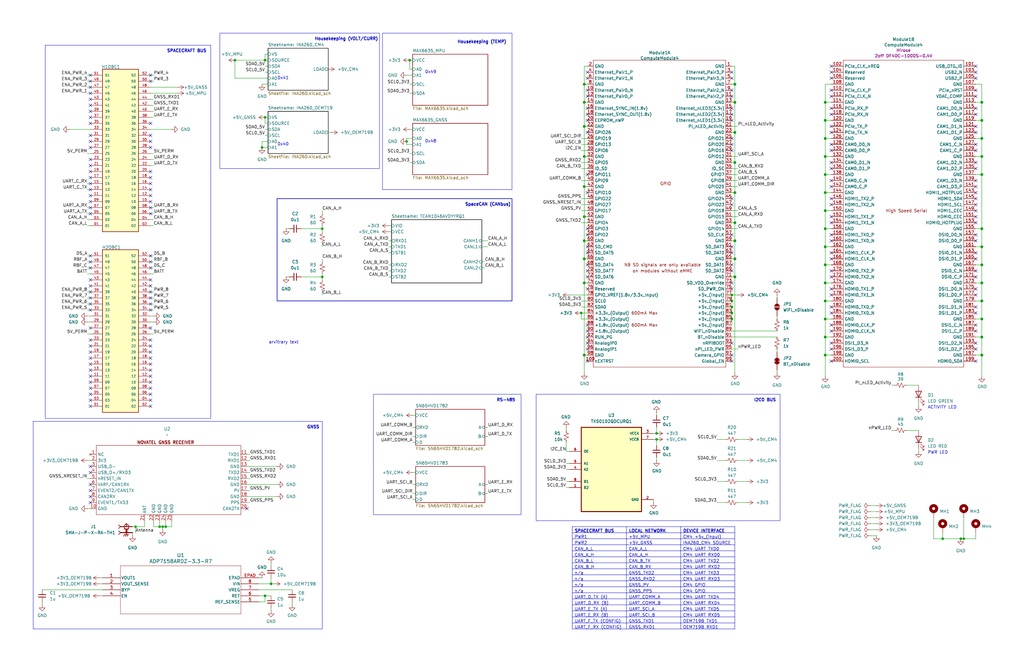
<source format=kicad_sch>
(kicad_sch (version 20250114) (generator "eeschema") (generator_version "9.0")
  (paper "USLedger")
  (title_block (title "HEDGE-2 OBC") (date "2025-09-08") (rev "V1.0") (company "University of Virginia") (comment 1 "Department of Mechanical and Aerospace Engineering"))
  (rectangle (start 157.48 166.37) (end 219.71 217.17))
  (rectangle (start 226.06 166.37) (end 328.93 219.71))
  (rectangle (start 92.71 13.97) (end 160.02 71.12))
  (rectangle (start 13.97 177.8) (end 135.89 265.43))
  (rectangle (start 161.29 13.97) (end 215.9 80.01))
  (rectangle (start 116.84 83.82) (end 215.9 127) (stroke (width 0.254)))
  (rectangle (start 19.05 19.05) (end 88.9 176.53))
  (text "arvitrary text" (at 119.634 144.526 0) (effects (font (size 1.27 1.27))))
  (text "0x48" (at 181.61 59.69 0) (effects (font (size 1.27 1.27))))
  (text "PWR LED" (at 391.16 191.77 0) (effects (font (size 1.27 1.27)) (justify left bottom)))
  (text "SpaceCAN (CANbus)" (at 205.74 86.36 0) (effects (font (size 1.27 1.27) (thickness 0.254) (bold yes))))
  (text "RS-485" (at 213.36 168.91 0) (effects (font (size 1.27 1.27) (thickness 0.254) (bold yes))))
  (text "0x49" (at 181.61 30.48 0) (effects (font (size 1.27 1.27))))
  (text "GNSS" (at 132.08 180.34 0) (effects (font (size 1.27 1.27) (thickness 0.254) (bold yes))))
  (text "Housekeeping (VOLT/CURR)" (at 146.05 16.51 0) (effects (font (size 1.27 1.27) (thickness 0.254) (bold yes))))
  (text "I2C0 BUS" (at 322.58 168.91 0) (effects (font (size 1.27 1.27) (thickness 0.254) (bold yes))))
  (text "0x41" (at 119.38 33.02 0) (effects (font (size 1.27 1.27))))
  (text "0x40" (at 119.38 60.96 0) (effects (font (size 1.27 1.27))))
  (text "ACTIVITY LED" (at 391.16 172.72 0) (effects (font (size 1.27 1.27)) (justify left bottom)))
  (text "SPACECRAFT BUS" (at 78.74 21.59 0) (effects (font (size 1.27 1.27) (thickness 0.254) (bold yes))))
  (text "Housekeeping (TEMP)" (at 203.2 17.78 0) (effects (font (size 1.27 1.27) (thickness 0.254) (bold yes))))
  (junction (at 110.49 62.23))
  (junction (at 135.89 116.84))
  (junction (at 67.31 222.25))
  (junction (at 414.02 134.62) (diameter 1.016))
  (junction (at 414.02 142.24) (diameter 1.016))
  (junction (at 347.98 111.76) (diameter 1.016))
  (junction (at 111.76 251.46))
  (junction (at 309.88 116.84) (diameter 1.016))
  (junction (at 309.88 43.18) (diameter 1.016))
  (junction (at 406.4 227.33))
  (junction (at 414.02 96.52) (diameter 1.016))
  (junction (at 309.88 81.28) (diameter 1.016))
  (junction (at 347.98 142.24) (diameter 1.016))
  (junction (at 347.98 119.38) (diameter 1.016))
  (junction (at 246.38 109.22) (diameter 1.016))
  (junction (at 414.02 58.42) (diameter 1.016))
  (junction (at 309.88 35.56) (diameter 1.016))
  (junction (at 69.85 222.25))
  (junction (at 246.38 101.6) (diameter 1.016))
  (junction (at 308.61 124.46))
  (junction (at 414.02 73.66) (diameter 1.016))
  (junction (at 347.98 50.8) (diameter 1.016))
  (junction (at 347.98 58.42) (diameter 1.016))
  (junction (at 414.02 111.76) (diameter 1.016))
  (junction (at 308.61 127))
  (junction (at 309.88 55.88) (diameter 1.016))
  (junction (at 135.89 96.52))
  (junction (at 347.98 66.04) (diameter 1.016))
  (junction (at 347.98 127) (diameter 1.016))
  (junction (at 171.45 59.69))
  (junction (at 246.38 78.74) (diameter 1.016))
  (junction (at 397.51 227.33))
  (junction (at 276.86 182.88))
  (junction (at 308.61 132.08))
  (junction (at 276.86 185.42))
  (junction (at 246.38 91.44) (diameter 1.016))
  (junction (at 414.02 104.14) (diameter 1.016))
  (junction (at 309.88 68.58) (diameter 1.016))
  (junction (at 172.72 25.4))
  (junction (at 347.98 149.86) (diameter 1.016))
  (junction (at 114.3 246.38))
  (junction (at 308.61 129.54))
  (junction (at 414.02 149.86) (diameter 1.016))
  (junction (at 347.98 43.18) (diameter 1.016))
  (junction (at 347.98 88.9) (diameter 1.016))
  (junction (at 99.06 25.4))
  (junction (at 246.38 43.18) (diameter 1.016))
  (junction (at 405.13 227.33))
  (junction (at 414.02 66.04) (diameter 1.016))
  (junction (at 246.38 35.56) (diameter 1.016))
  (junction (at 111.76 25.4))
  (junction (at 68.58 222.25))
  (junction (at 57.15 222.25))
  (junction (at 347.98 73.66) (diameter 1.016))
  (junction (at 414.02 127) (diameter 1.016))
  (junction (at 347.98 134.62) (diameter 1.016))
  (junction (at 246.38 66.04) (diameter 1.016))
  (junction (at 414.02 43.18) (diameter 1.016))
  (junction (at 414.02 50.8) (diameter 1.016))
  (junction (at 414.02 119.38) (diameter 1.016))
  (junction (at 347.98 104.14) (diameter 1.016))
  (junction (at 347.98 96.52) (diameter 1.016))
  (junction (at 246.38 149.86) (diameter 1.016))
  (junction (at 347.98 81.28) (diameter 1.016))
  (junction (at 111.76 49.53))
  (junction (at 245.11 132.08))
  (junction (at 309.88 101.6) (diameter 1.016))
  (junction (at 309.88 109.22) (diameter 1.016))
  (junction (at 309.88 93.98) (diameter 1.016))
  (junction (at 308.61 134.62))
  (junction (at 246.38 119.38) (diameter 1.016))
  (junction (at 246.38 53.34) (diameter 1.016))
  (no_connect (at 411.48 30.48))
  (no_connect (at 247.65 38.1))
  (no_connect (at 63.5 74.93))
  (no_connect (at 38.1 153.67))
  (no_connect (at 247.65 142.24))
  (no_connect (at 38.1 204.47))
  (no_connect (at 411.48 68.58))
  (no_connect (at 308.61 99.06))
  (no_connect (at 308.61 111.76))
  (no_connect (at 350.52 93.98))
  (no_connect (at 63.5 148.59))
  (no_connect (at 411.48 132.08))
  (no_connect (at 350.52 78.74))
  (no_connect (at 350.52 152.4))
  (no_connect (at 63.5 80.01))
  (no_connect (at 38.1 158.75))
  (no_connect (at 63.5 168.91))
  (no_connect (at 63.5 110.49))
  (no_connect (at 247.65 152.4))
  (no_connect (at 350.52 68.58))
  (no_connect (at 38.1 130.81))
  (no_connect (at 38.1 69.85))
  (no_connect (at 308.61 83.82))
  (no_connect (at 38.1 138.43))
  (no_connect (at 247.65 81.28))
  (no_connect (at 63.5 34.29))
  (no_connect (at 63.5 90.17))
  (no_connect (at 247.65 104.14))
  (no_connect (at 308.61 119.38))
  (no_connect (at 350.52 63.5))
  (no_connect (at 308.61 121.92))
  (no_connect (at 38.1 107.95))
  (no_connect (at 63.5 82.55))
  (no_connect (at 247.65 45.72))
  (no_connect (at 63.5 107.95))
  (no_connect (at 63.5 31.75))
  (no_connect (at 38.1 120.65))
  (no_connect (at 38.1 67.31))
  (no_connect (at 63.5 130.81))
  (no_connect (at 308.61 38.1))
  (no_connect (at 350.52 55.88))
  (no_connect (at 350.52 132.08))
  (no_connect (at 247.65 144.78))
  (no_connect (at 38.1 209.55))
  (no_connect (at 63.5 171.45))
  (no_connect (at 38.1 59.69))
  (no_connect (at 247.65 147.32))
  (no_connect (at 247.65 55.88))
  (no_connect (at 350.52 106.68))
  (no_connect (at 38.1 212.09))
  (no_connect (at 350.52 27.94))
  (no_connect (at 350.52 48.26))
  (no_connect (at 350.52 124.46))
  (no_connect (at 308.61 86.36))
  (no_connect (at 411.48 71.12))
  (no_connect (at 350.52 53.34))
  (no_connect (at 411.48 63.5))
  (no_connect (at 411.48 106.68))
  (no_connect (at 350.52 38.1))
  (no_connect (at 247.65 30.48))
  (no_connect (at 411.48 152.4))
  (no_connect (at 350.52 71.12))
  (no_connect (at 63.5 161.29))
  (no_connect (at 38.1 166.37))
  (no_connect (at 38.1 207.01))
  (no_connect (at 350.52 137.16))
  (no_connect (at 247.65 73.66))
  (no_connect (at 308.61 50.8))
  (no_connect (at 411.48 83.82))
  (no_connect (at 38.1 156.21))
  (no_connect (at 308.61 30.48))
  (no_connect (at 247.65 48.26))
  (no_connect (at 38.1 46.99))
  (no_connect (at 63.5 138.43))
  (no_connect (at 63.5 156.21))
  (no_connect (at 350.52 86.36))
  (no_connect (at 38.1 41.91))
  (no_connect (at 411.48 101.6))
  (no_connect (at 63.5 118.11))
  (no_connect (at 63.5 163.83))
  (no_connect (at 247.65 111.76))
  (no_connect (at 411.48 55.88))
  (no_connect (at 308.61 40.64))
  (no_connect (at 350.52 33.02))
  (no_connect (at 308.61 152.4))
  (no_connect (at 308.61 104.14))
  (no_connect (at 411.48 114.3))
  (no_connect (at 350.52 101.6))
  (no_connect (at 63.5 143.51))
  (no_connect (at 350.52 144.78))
  (no_connect (at 411.48 116.84))
  (no_connect (at 350.52 60.96))
  (no_connect (at 247.65 116.84))
  (no_connect (at 247.65 139.7))
  (no_connect (at 38.1 143.51))
  (no_connect (at 63.5 125.73))
  (no_connect (at 411.48 48.26))
  (no_connect (at 63.5 151.13))
  (no_connect (at 38.1 148.59))
  (no_connect (at 38.1 62.23))
  (no_connect (at 38.1 171.45))
  (no_connect (at 308.61 58.42))
  (no_connect (at 308.61 45.72))
  (no_connect (at 411.48 53.34))
  (no_connect (at 350.52 109.22))
  (no_connect (at 247.65 121.92))
  (no_connect (at 350.52 129.54))
  (no_connect (at 38.1 31.75))
  (no_connect (at 247.65 99.06))
  (no_connect (at 38.1 163.83))
  (no_connect (at 350.52 147.32))
  (no_connect (at 38.1 146.05))
  (no_connect (at 247.65 96.52))
  (no_connect (at 350.52 121.92))
  (no_connect (at 38.1 113.03))
  (no_connect (at 350.52 83.82))
  (no_connect (at 38.1 168.91))
  (no_connect (at 38.1 85.09))
  (no_connect (at 350.52 116.84))
  (no_connect (at 38.1 77.47))
  (no_connect (at 38.1 39.37))
  (no_connect (at 308.61 48.26))
  (no_connect (at 308.61 60.96))
  (no_connect (at 38.1 57.15))
  (no_connect (at 63.5 146.05))
  (no_connect (at 411.48 76.2))
  (no_connect (at 63.5 158.75))
  (no_connect (at 308.61 114.3))
  (no_connect (at 350.52 91.44))
  (no_connect (at 350.52 30.48))
  (no_connect (at 38.1 199.39))
  (no_connect (at 38.1 118.11))
  (no_connect (at 38.1 123.19))
  (no_connect (at 38.1 151.13))
  (no_connect (at 38.1 80.01))
  (no_connect (at 63.5 153.67))
  (no_connect (at 308.61 149.86))
  (no_connect (at 411.48 38.1))
  (no_connect (at 411.48 121.92))
  (no_connect (at 104.14 214.63))
  (no_connect (at 308.61 144.78))
  (no_connect (at 411.48 33.02))
  (no_connect (at 411.48 40.64))
  (no_connect (at 247.65 33.02))
  (no_connect (at 247.65 114.3))
  (no_connect (at 411.48 86.36))
  (no_connect (at 63.5 113.03))
  (no_connect (at 308.61 33.02))
  (no_connect (at 411.48 81.28))
  (no_connect (at 63.5 59.69))
  (no_connect (at 38.1 34.29))
  (no_connect (at 411.48 60.96))
  (no_connect (at 38.1 72.39))
  (no_connect (at 38.1 125.73))
  (no_connect (at 38.1 90.17))
  (no_connect (at 63.5 120.65))
  (no_connect (at 411.48 93.98))
  (no_connect (at 38.1 74.93))
  (no_connect (at 63.5 123.19))
  (no_connect (at 350.52 114.3))
  (no_connect (at 63.5 72.39))
  (no_connect (at 38.1 87.63))
  (no_connect (at 308.61 63.5))
  (no_connect (at 247.65 137.16))
  (no_connect (at 63.5 87.63))
  (no_connect (at 63.5 52.07))
  (no_connect (at 63.5 77.47))
  (no_connect (at 411.48 124.46))
  (no_connect (at 411.48 144.78))
  (no_connect (at 63.5 166.37))
  (no_connect (at 350.52 45.72))
  (no_connect (at 38.1 128.27))
  (no_connect (at 247.65 106.68))
  (no_connect (at 38.1 52.07))
  (no_connect (at 38.1 196.85))
  (no_connect (at 411.48 27.94))
  (no_connect (at 38.1 161.29))
  (no_connect (at 38.1 110.49))
  (no_connect (at 411.48 91.44))
  (no_connect (at 63.5 85.09))
  (no_connect (at 350.52 139.7))
  (no_connect (at 38.1 36.83))
  (no_connect (at 63.5 57.15))
  (no_connect (at 411.48 99.06))
  (no_connect (at 411.48 78.74))
  (no_connect (at 350.52 76.2))
  (no_connect (at 247.65 40.64))
  (no_connect (at 63.5 62.23))
  (no_connect (at 411.48 137.16))
  (no_connect (at 247.65 50.8))
  (no_connect (at 411.48 147.32))
  (no_connect (at 350.52 40.64))
  (no_connect (at 308.61 106.68))
  (no_connect (at 411.48 109.22))
  (no_connect (at 411.48 45.72))
  (no_connect (at 38.1 49.53))
  (no_connect (at 38.1 44.45))
  (no_connect (at 63.5 128.27))
  (no_connect (at 411.48 129.54))
  (no_connect (at 38.1 82.55))
  (no_connect (at 411.48 139.7))
  (no_connect (at 411.48 88.9))
  (no_connect (at 350.52 99.06))
  (wire (pts (xy 308.61 68.58) (xy 309.88 68.58)))
  (wire (pts (xy 173.99 208.28) (xy 175.26 208.28)))
  (wire (pts (xy 245.11 63.5) (xy 247.65 63.5)))
  (wire (pts (xy 36.83 133.35) (xy 38.1 133.35)))
  (wire (pts (xy 72.39 219.71) (xy 72.39 222.25)))
  (wire (pts (xy 246.38 53.34) (xy 247.65 53.34)))
  (wire (pts (xy 203.2 110.49) (xy 204.47 110.49)))
  (wire (pts (xy 104.14 207.01) (xy 105.41 207.01)))
  (wire (pts (xy 347.98 149.86) (xy 347.98 158.75)))
  (wire (pts (xy 367.03 213.36) (xy 369.57 213.36)))
  (wire (pts (xy 311.15 212.09) (xy 314.96 212.09)))
  (wire (pts (xy 203.2 101.6) (xy 205.74 101.6)))
  (wire (pts (xy 113.03 59.69) (xy 110.49 59.69)))
  (wire (pts (xy 275.59 182.88) (xy 276.86 182.88)))
  (wire (pts (xy 63.5 64.77) (xy 64.77 64.77)))
  (wire (pts (xy 36.83 135.89) (xy 38.1 135.89)))
  (wire (pts (xy 350.52 149.86) (xy 347.98 149.86)))
  (wire (pts (xy 246.38 101.6) (xy 246.38 109.22)))
  (wire (pts (xy 247.65 58.42) (xy 245.11 58.42)))
  (wire (pts (xy 64.77 222.25) (xy 64.77 219.71)))
  (wire (pts (xy 173.99 210.82) (xy 175.26 210.82)))
  (wire (pts (xy 309.88 81.28) (xy 309.88 93.98)))
  (wire (pts (xy 382.27 181.61) (xy 387.35 181.61)))
  (wire (pts (xy 347.98 111.76) (xy 350.52 111.76)))
  (wire (pts (xy 367.03 218.44) (xy 369.57 218.44)))
  (wire (pts (xy 246.38 78.74) (xy 246.38 91.44)))
  (wire (pts (xy 64.77 140.97) (xy 63.5 140.97)))
  (wire (pts (xy 36.83 194.31) (xy 38.1 194.31)))
  (wire (pts (xy 246.38 27.94) (xy 246.38 35.56)))
  (wire (pts (xy 311.15 194.31) (xy 314.96 194.31)))
  (wire (pts (xy 309.88 55.88) (xy 309.88 68.58)))
  (wire (pts (xy 173.99 199.39) (xy 175.26 199.39)))
  (wire (pts (xy 173.99 58.42) (xy 171.45 58.42)))
  (wire (pts (xy 393.7 218.44) (xy 393.7 227.33)))
  (wire (pts (xy 63.5 49.53) (xy 64.77 49.53)))
  (wire (pts (xy 311.15 185.42) (xy 314.96 185.42)))
  (wire (pts (xy 104.14 209.55) (xy 116.84 209.55)))
  (wire (pts (xy 308.61 66.04) (xy 311.15 66.04)))
  (wire (pts (xy 111.76 49.53) (xy 113.03 49.53)))
  (wire (pts (xy 247.65 43.18) (xy 246.38 43.18)))
  (wire (pts (xy 308.61 73.66) (xy 311.15 73.66)))
  (wire (pts (xy 245.11 93.98) (xy 247.65 93.98)))
  (wire (pts (xy 247.65 35.56) (xy 246.38 35.56)))
  (wire (pts (xy 411.48 43.18) (xy 414.02 43.18)))
  (wire (pts (xy 347.98 81.28) (xy 350.52 81.28)))
  (wire (pts (xy 347.98 134.62) (xy 350.52 134.62)))
  (wire (pts (xy 308.61 132.08) (xy 308.61 134.62)))
  (wire (pts (xy 411.48 96.52) (xy 414.02 96.52)))
  (wire (pts (xy 308.61 116.84) (xy 309.88 116.84)))
  (wire (pts (xy 36.83 36.83) (xy 38.1 36.83)))
  (wire (pts (xy 246.38 109.22) (xy 246.38 119.38)))
  (wire (pts (xy 308.61 129.54) (xy 308.61 132.08)))
  (wire (pts (xy 173.99 184.15) (xy 175.26 184.15)))
  (wire (pts (xy 308.61 88.9) (xy 311.15 88.9)))
  (wire (pts (xy 109.22 243.84) (xy 110.49 243.84)))
  (wire (pts (xy 63.5 36.83) (xy 74.93 36.83)))
  (wire (pts (xy 246.38 35.56) (xy 246.38 43.18)))
  (wire (pts (xy 347.98 127) (xy 347.98 134.62)))
  (wire (pts (xy 104.14 199.39) (xy 105.41 199.39)))
  (wire (pts (xy 41.91 251.46) (xy 43.18 251.46)))
  (wire (pts (xy 375.92 181.61) (xy 377.19 181.61)))
  (wire (pts (xy 414.02 35.56) (xy 411.48 35.56)))
  (wire (pts (xy 347.98 43.18) (xy 350.52 43.18)))
  (wire (pts (xy 302.26 194.31) (xy 306.07 194.31)))
  (wire (pts (xy 414.02 111.76) (xy 414.02 119.38)))
  (wire (pts (xy 203.2 104.14) (xy 205.74 104.14)))
  (wire (pts (xy 414.02 43.18) (xy 414.02 35.56)))
  (wire (pts (xy 121.92 116.84) (xy 120.65 116.84)))
  (wire (pts (xy 163.83 101.6) (xy 165.1 101.6)))
  (wire (pts (xy 414.02 96.52) (xy 414.02 104.14)))
  (wire (pts (xy 63.5 31.75) (xy 64.77 31.75)))
  (wire (pts (xy 246.38 101.6) (xy 247.65 101.6)))
  (wire (pts (xy 245.11 132.08) (xy 247.65 132.08)))
  (wire (pts (xy 173.99 60.96) (xy 171.45 60.96)))
  (wire (pts (xy 387.35 189.23) (xy 387.35 190.5)))
  (wire (pts (xy 246.38 66.04) (xy 247.65 66.04)))
  (wire (pts (xy 302.26 185.42) (xy 306.07 185.42)))
  (wire (pts (xy 36.83 110.49) (xy 38.1 110.49)))
  (wire (pts (xy 347.98 88.9) (xy 350.52 88.9)))
  (wire (pts (xy 406.4 227.33) (xy 405.13 227.33)))
  (wire (pts (xy 245.11 68.58) (xy 247.65 68.58)))
  (wire (pts (xy 36.83 80.01) (xy 38.1 80.01)))
  (wire (pts (xy 203.2 113.03) (xy 204.47 113.03)))
  (wire (pts (xy 111.76 25.4) (xy 113.03 25.4)))
  (wire (pts (xy 63.5 128.27) (xy 64.77 128.27)))
  (wire (pts (xy 135.89 116.84) (xy 135.89 118.11)))
  (wire (pts (xy 245.11 127) (xy 247.65 127)))
  (wire (pts (xy 411.48 127) (xy 414.02 127)))
  (wire (pts (xy 246.38 119.38) (xy 247.65 119.38)))
  (wire (pts (xy 309.88 93.98) (xy 309.88 101.6)))
  (wire (pts (xy 63.5 113.03) (xy 64.77 113.03)))
  (wire (pts (xy 163.83 114.3) (xy 165.1 114.3)))
  (wire (pts (xy 55.88 224.79) (xy 55.88 226.06)))
  (wire (pts (xy 309.88 68.58) (xy 309.88 81.28)))
  (wire (pts (xy 63.5 135.89) (xy 64.77 135.89)))
  (wire (pts (xy 246.38 109.22) (xy 247.65 109.22)))
  (wire (pts (xy 347.98 58.42) (xy 347.98 66.04)))
  (wire (pts (xy 36.83 201.93) (xy 38.1 201.93)))
  (wire (pts (xy 238.76 198.12) (xy 240.03 198.12)))
  (wire (pts (xy 36.83 39.37) (xy 38.1 39.37)))
  (wire (pts (xy 204.47 180.34) (xy 205.74 180.34)))
  (wire (pts (xy 327.66 139.7) (xy 308.61 139.7)))
  (wire (pts (xy 276.86 185.42) (xy 276.86 187.96)))
  (wire (pts (xy 121.92 96.52) (xy 120.65 96.52)))
  (wire (pts (xy 238.76 180.34) (xy 238.76 181.61)))
  (wire (pts (xy 171.45 60.96) (xy 171.45 59.69)))
  (wire (pts (xy 172.72 64.77) (xy 173.99 64.77)))
  (wire (pts (xy 36.83 95.25) (xy 38.1 95.25)))
  (wire (pts (xy 414.02 104.14) (xy 414.02 111.76)))
  (wire (pts (xy 114.3 237.49) (xy 114.3 238.76)))
  (wire (pts (xy 414.02 142.24) (xy 414.02 149.86)))
  (wire (pts (xy 309.88 35.56) (xy 309.88 43.18)))
  (wire (pts (xy 63.5 41.91) (xy 64.77 41.91)))
  (wire (pts (xy 393.7 227.33) (xy 397.51 227.33)))
  (wire (pts (xy 135.89 95.25) (xy 135.89 96.52)))
  (wire (pts (xy 163.83 116.84) (xy 165.1 116.84)))
  (wire (pts (xy 57.15 222.25) (xy 60.96 222.25)))
  (wire (pts (xy 135.89 109.22) (xy 135.89 110.49)))
  (wire (pts (xy 414.02 73.66) (xy 414.02 96.52)))
  (wire (pts (xy 411.48 50.8) (xy 414.02 50.8)))
  (wire (pts (xy 246.38 53.34) (xy 246.38 66.04)))
  (wire (pts (xy 308.61 27.94) (xy 309.88 27.94)))
  (wire (pts (xy 308.61 43.18) (xy 309.88 43.18)))
  (wire (pts (xy 113.03 52.07) (xy 111.76 52.07)))
  (wire (pts (xy 163.83 111.76) (xy 165.1 111.76)))
  (wire (pts (xy 411.48 73.66) (xy 414.02 73.66)))
  (wire (pts (xy 41.91 243.84) (xy 43.18 243.84)))
  (wire (pts (xy 238.76 186.69) (xy 238.76 190.5)))
  (wire (pts (xy 347.98 142.24) (xy 347.98 149.86)))
  (wire (pts (xy 246.38 119.38) (xy 246.38 149.86)))
  (wire (pts (xy 135.89 102.87) (xy 135.89 104.14)))
  (wire (pts (xy 347.98 35.56) (xy 347.98 43.18)))
  (wire (pts (xy 327.66 133.35) (xy 327.66 134.62)))
  (wire (pts (xy 245.11 76.2) (xy 247.65 76.2)))
  (wire (pts (xy 308.61 109.22) (xy 309.88 109.22)))
  (wire (pts (xy 36.83 113.03) (xy 38.1 113.03)))
  (wire (pts (xy 347.98 88.9) (xy 347.98 96.52)))
  (wire (pts (xy 63.5 123.19) (xy 64.77 123.19)))
  (wire (pts (xy 411.48 119.38) (xy 414.02 119.38)))
  (wire (pts (xy 240.03 124.46) (xy 247.65 124.46)))
  (wire (pts (xy 99.06 25.4) (xy 111.76 25.4)))
  (wire (pts (xy 375.92 162.56) (xy 377.19 162.56)))
  (wire (pts (xy 246.38 91.44) (xy 246.38 101.6)))
  (wire (pts (xy 123.19 254) (xy 123.19 255.27)))
  (wire (pts (xy 245.11 88.9) (xy 247.65 88.9)))
  (wire (pts (xy 411.48 111.76) (xy 414.02 111.76)))
  (wire (pts (xy 63.5 34.29) (xy 64.77 34.29)))
  (wire (pts (xy 36.83 130.81) (xy 38.1 130.81)))
  (wire (pts (xy 36.83 123.19) (xy 38.1 123.19)))
  (wire (pts (xy 414.02 127) (xy 414.02 134.62)))
  (wire (pts (xy 302.26 203.2) (xy 306.07 203.2)))
  (wire (pts (xy 72.39 222.25) (xy 69.85 222.25)))
  (wire (pts (xy 111.76 27.94) (xy 113.03 27.94)))
  (wire (pts (xy 308.61 78.74) (xy 311.15 78.74)))
  (wire (pts (xy 204.47 204.47) (xy 205.74 204.47)))
  (wire (pts (xy 347.98 127) (xy 350.52 127)))
  (wire (pts (xy 171.45 31.75) (xy 173.99 31.75)))
  (wire (pts (xy 163.83 97.79) (xy 165.1 97.79)))
  (wire (pts (xy 109.22 246.38) (xy 114.3 246.38)))
  (wire (pts (xy 111.76 52.07) (xy 111.76 49.53)))
  (wire (pts (xy 238.76 195.58) (xy 240.03 195.58)))
  (wire (pts (xy 308.61 55.88) (xy 309.88 55.88)))
  (wire (pts (xy 411.48 149.86) (xy 414.02 149.86)))
  (wire (pts (xy 308.61 147.32) (xy 311.15 147.32)))
  (wire (pts (xy 411.48 66.04) (xy 414.02 66.04)))
  (wire (pts (xy 238.76 205.74) (xy 240.03 205.74)))
  (wire (pts (xy 347.98 119.38) (xy 350.52 119.38)))
  (wire (pts (xy 63.5 110.49) (xy 64.77 110.49)))
  (wire (pts (xy 110.49 35.56) (xy 113.03 35.56)))
  (wire (pts (xy 57.15 222.25) (xy 57.15 224.79)))
  (wire (pts (xy 414.02 149.86) (xy 414.02 158.75)))
  (wire (pts (xy 173.99 180.34) (xy 175.26 180.34)))
  (wire (pts (xy 347.98 111.76) (xy 347.98 119.38)))
  (wire (pts (xy 347.98 119.38) (xy 347.98 127)))
  (wire (pts (xy 172.72 35.56) (xy 173.99 35.56)))
  (wire (pts (xy 113.03 33.02) (xy 99.06 33.02)))
  (wire (pts (xy 414.02 66.04) (xy 414.02 58.42)))
  (wire (pts (xy 111.76 30.48) (xy 113.03 30.48)))
  (wire (pts (xy 36.83 90.17) (xy 38.1 90.17)))
  (wire (pts (xy 309.88 43.18) (xy 309.88 55.88)))
  (wire (pts (xy 245.11 83.82) (xy 247.65 83.82)))
  (wire (pts (xy 172.72 54.61) (xy 173.99 54.61)))
  (wire (pts (xy 350.52 142.24) (xy 347.98 142.24)))
  (wire (pts (xy 308.61 127) (xy 308.61 129.54)))
  (wire (pts (xy 163.83 95.25) (xy 165.1 95.25)))
  (wire (pts (xy 327.66 147.32) (xy 327.66 148.59)))
  (wire (pts (xy 347.98 104.14) (xy 350.52 104.14)))
  (wire (pts (xy 302.26 212.09) (xy 306.07 212.09)))
  (wire (pts (xy 36.83 214.63) (xy 38.1 214.63)))
  (wire (pts (xy 308.61 96.52) (xy 311.15 96.52)))
  (wire (pts (xy 347.98 43.18) (xy 347.98 50.8)))
  (wire (pts (xy 204.47 208.28) (xy 205.74 208.28)))
  (wire (pts (xy 111.76 22.86) (xy 111.76 25.4)))
  (wire (pts (xy 238.76 190.5) (xy 240.03 190.5)))
  (wire (pts (xy 104.14 204.47) (xy 116.84 204.47)))
  (wire (pts (xy 327.66 142.24) (xy 308.61 142.24)))
  (wire (pts (xy 36.83 115.57) (xy 38.1 115.57)))
  (wire (pts (xy 113.03 22.86) (xy 111.76 22.86)))
  (wire (pts (xy 347.98 96.52) (xy 347.98 104.14)))
  (wire (pts (xy 173.99 175.26) (xy 175.26 175.26)))
  (wire (pts (xy 414.02 73.66) (xy 414.02 66.04)))
  (wire (pts (xy 246.38 149.86) (xy 246.38 157.48)))
  (wire (pts (xy 109.22 254) (xy 111.76 254)))
  (wire (pts (xy 63.5 130.81) (xy 64.77 130.81)))
  (wire (pts (xy 63.5 115.57) (xy 64.77 115.57)))
  (wire (pts (xy 350.52 35.56) (xy 347.98 35.56)))
  (wire (pts (xy 63.5 125.73) (xy 64.77 125.73)))
  (wire (pts (xy 347.98 66.04) (xy 350.52 66.04)))
  (wire (pts (xy 411.48 58.42) (xy 414.02 58.42)))
  (wire (pts (xy 347.98 50.8) (xy 350.52 50.8)))
  (wire (pts (xy 367.03 226.06) (xy 369.57 226.06)))
  (wire (pts (xy 111.76 57.15) (xy 113.03 57.15)))
  (wire (pts (xy 308.61 101.6) (xy 309.88 101.6)))
  (wire (pts (xy 327.66 156.21) (xy 327.66 157.48)))
  (wire (pts (xy 163.83 104.14) (xy 165.1 104.14)))
  (wire (pts (xy 275.59 210.82) (xy 275.59 212.09)))
  (wire (pts (xy 63.5 67.31) (xy 64.77 67.31)))
  (wire (pts (xy 109.22 248.92) (xy 123.19 248.92)))
  (wire (pts (xy 347.98 50.8) (xy 347.98 58.42)))
  (wire (pts (xy 114.3 256.54) (xy 114.3 257.81)))
  (wire (pts (xy 110.49 62.23) (xy 113.03 62.23)))
  (wire (pts (xy 276.86 180.34) (xy 276.86 182.88)))
  (wire (pts (xy 245.11 129.54) (xy 247.65 129.54)))
  (wire (pts (xy 308.61 124.46) (xy 311.15 124.46)))
  (wire (pts (xy 63.5 92.71) (xy 64.77 92.71)))
  (wire (pts (xy 414.02 119.38) (xy 414.02 127)))
  (wire (pts (xy 99.06 25.4) (xy 99.06 33.02)))
  (wire (pts (xy 111.76 251.46) (xy 114.3 251.46)))
  (wire (pts (xy 308.61 35.56) (xy 309.88 35.56)))
  (wire (pts (xy 114.3 246.38) (xy 115.57 246.38)))
  (wire (pts (xy 63.5 44.45) (xy 64.77 44.45)))
  (wire (pts (xy 246.38 78.74) (xy 247.65 78.74)))
  (wire (pts (xy 411.48 227.33) (xy 406.4 227.33)))
  (wire (pts (xy 104.14 196.85) (xy 116.84 196.85)))
  (wire (pts (xy 347.98 96.52) (xy 350.52 96.52)))
  (wire (pts (xy 114.3 243.84) (xy 114.3 246.38)))
  (wire (pts (xy 308.61 71.12) (xy 311.15 71.12)))
  (wire (pts (xy 135.89 116.84) (xy 127 116.84)))
  (wire (pts (xy 311.15 203.2) (xy 314.96 203.2)))
  (wire (pts (xy 138.43 55.88) (xy 139.7 55.88)))
  (wire (pts (xy 308.61 91.44) (xy 311.15 91.44)))
  (wire (pts (xy 406.4 218.44) (xy 406.4 227.33)))
  (wire (pts (xy 245.11 60.96) (xy 247.65 60.96)))
  (wire (pts (xy 276.86 193.04) (xy 276.86 194.31)))
  (wire (pts (xy 36.83 140.97) (xy 38.1 140.97)))
  (wire (pts (xy 173.99 29.21) (xy 172.72 29.21)))
  (wire (pts (xy 111.76 54.61) (xy 113.03 54.61)))
  (wire (pts (xy 414.02 134.62) (xy 414.02 142.24)))
  (wire (pts (xy 135.89 96.52) (xy 127 96.52)))
  (wire (pts (xy 414.02 58.42) (xy 414.02 50.8)))
  (wire (pts (xy 36.83 64.77) (xy 38.1 64.77)))
  (wire (pts (xy 247.65 149.86) (xy 246.38 149.86)))
  (wire (pts (xy 36.83 34.29) (xy 38.1 34.29)))
  (wire (pts (xy 308.61 93.98) (xy 309.88 93.98)))
  (wire (pts (xy 347.98 73.66) (xy 350.52 73.66)))
  (wire (pts (xy 245.11 86.36) (xy 247.65 86.36)))
  (wire (pts (xy 308.61 81.28) (xy 309.88 81.28)))
  (wire (pts (xy 36.83 125.73) (xy 38.1 125.73)))
  (wire (pts (xy 367.03 215.9) (xy 369.57 215.9)))
  (wire (pts (xy 68.58 222.25) (xy 68.58 223.52)))
  (wire (pts (xy 172.72 39.37) (xy 173.99 39.37)))
  (wire (pts (xy 68.58 222.25) (xy 67.31 222.25)))
  (wire (pts (xy 245.11 134.62) (xy 245.11 132.08)))
  (wire (pts (xy 246.38 43.18) (xy 246.38 53.34)))
  (wire (pts (xy 238.76 203.2) (xy 240.03 203.2)))
  (wire (pts (xy 347.98 81.28) (xy 347.98 88.9)))
  (wire (pts (xy 60.96 219.71) (xy 60.96 222.25)))
  (wire (pts (xy 309.88 27.94) (xy 309.88 35.56)))
  (wire (pts (xy 367.03 223.52) (xy 369.57 223.52)))
  (wire (pts (xy 63.5 87.63) (xy 64.77 87.63)))
  (wire (pts (xy 382.27 162.56) (xy 387.35 162.56)))
  (wire (pts (xy 172.72 68.58) (xy 173.99 68.58)))
  (wire (pts (xy 397.51 227.33) (xy 405.13 227.33)))
  (wire (pts (xy 411.48 134.62) (xy 414.02 134.62)))
  (wire (pts (xy 163.83 106.68) (xy 165.1 106.68)))
  (wire (pts (xy 29.21 54.61) (xy 38.1 54.61)))
  (wire (pts (xy 171.45 58.42) (xy 171.45 59.69)))
  (wire (pts (xy 135.89 115.57) (xy 135.89 116.84)))
  (wire (pts (xy 347.98 58.42) (xy 350.52 58.42)))
  (wire (pts (xy 36.83 107.95) (xy 38.1 107.95)))
  (wire (pts (xy 397.51 224.79) (xy 397.51 227.33)))
  (wire (pts (xy 172.72 25.4) (xy 173.99 25.4)))
  (wire (pts (xy 309.88 116.84) (xy 309.88 157.48)))
  (wire (pts (xy 67.31 222.25) (xy 64.77 222.25)))
  (wire (pts (xy 411.48 104.14) (xy 414.02 104.14)))
  (wire (pts (xy 135.89 123.19) (xy 135.89 124.46)))
  (wire (pts (xy 36.83 87.63) (xy 38.1 87.63)))
  (wire (pts (xy 36.83 77.47) (xy 38.1 77.47)))
  (wire (pts (xy 63.5 95.25) (xy 64.77 95.25)))
  (wire (pts (xy 309.88 109.22) (xy 309.88 116.84)))
  (wire (pts (xy 308.61 76.2) (xy 311.15 76.2)))
  (wire (pts (xy 36.83 92.71) (xy 38.1 92.71)))
  (wire (pts (xy 36.83 128.27) (xy 38.1 128.27)))
  (wire (pts (xy 63.5 54.61) (xy 72.39 54.61)))
  (wire (pts (xy 55.88 222.25) (xy 57.15 222.25)))
  (wire (pts (xy 308.61 134.62) (xy 308.61 137.16)))
  (wire (pts (xy 69.85 219.71) (xy 69.85 222.25)))
  (wire (pts (xy 276.86 173.99) (xy 276.86 175.26)))
  (wire (pts (xy 347.98 104.14) (xy 347.98 111.76)))
  (wire (pts (xy 135.89 96.52) (xy 135.89 97.79)))
  (wire (pts (xy 41.91 246.38) (xy 43.18 246.38)))
  (wire (pts (xy 411.48 224.79) (xy 411.48 227.33)))
  (wire (pts (xy 111.76 251.46) (xy 111.76 254)))
  (wire (pts (xy 36.83 31.75) (xy 38.1 31.75)))
  (wire (pts (xy 347.98 66.04) (xy 347.98 73.66)))
  (wire (pts (xy 63.5 107.95) (xy 64.77 107.95)))
  (wire (pts (xy 63.5 69.85) (xy 64.77 69.85)))
  (wire (pts (xy 17.78 254) (xy 17.78 255.27)))
  (wire (pts (xy 347.98 73.66) (xy 347.98 81.28)))
  (wire (pts (xy 63.5 133.35) (xy 64.77 133.35)))
  (wire (pts (xy 173.99 186.69) (xy 175.26 186.69)))
  (wire (pts (xy 247.65 27.94) (xy 246.38 27.94)))
  (wire (pts (xy 275.59 185.42) (xy 276.86 185.42)))
  (wire (pts (xy 367.03 220.98) (xy 369.57 220.98)))
  (wire (pts (xy 327.66 124.46) (xy 327.66 125.73)))
  (wire (pts (xy 309.88 101.6) (xy 309.88 109.22)))
  (wire (pts (xy 109.22 251.46) (xy 111.76 251.46)))
  (wire (pts (xy 104.14 194.31) (xy 105.41 194.31)))
  (wire (pts (xy 104.14 201.93) (xy 105.41 201.93)))
  (wire (pts (xy 104.14 191.77) (xy 105.41 191.77)))
  (wire (pts (xy 110.49 59.69) (xy 110.49 62.23)))
  (wire (pts (xy 204.47 184.15) (xy 205.74 184.15)))
  (wire (pts (xy 63.5 90.17) (xy 64.77 90.17)))
  (wire (pts (xy 411.48 142.24) (xy 414.02 142.24)))
  (wire (pts (xy 173.99 204.47) (xy 175.26 204.47)))
  (wire (pts (xy 347.98 134.62) (xy 347.98 142.24)))
  (wire (pts (xy 63.5 46.99) (xy 64.77 46.99)))
  (wire (pts (xy 414.02 50.8) (xy 414.02 43.18)))
  (wire (pts (xy 135.89 88.9) (xy 135.89 90.17)))
  (wire (pts (xy 104.14 212.09) (xy 105.41 212.09)))
  (wire (pts (xy 246.38 66.04) (xy 246.38 78.74)))
  (wire (pts (xy 246.38 91.44) (xy 247.65 91.44)))
  (wire (pts (xy 172.72 29.21) (xy 172.72 25.4)))
  (wire (pts (xy 245.11 71.12) (xy 247.65 71.12)))
  (wire (pts (xy 247.65 134.62) (xy 245.11 134.62)))
  (wire (pts (xy 67.31 219.71) (xy 67.31 222.25)))
  (wire (pts (xy 387.35 170.18) (xy 387.35 171.45)))
  (wire (pts (xy 63.5 39.37) (xy 74.93 39.37)))
  (wire (pts (xy 308.61 53.34) (xy 311.15 53.34)))
  (wire (pts (xy 69.85 222.25) (xy 68.58 222.25)))
  (wire (pts (xy 308.61 124.46) (xy 308.61 127)))
  (wire (pts (xy 17.78 248.92) (xy 43.18 248.92)))
  (table (column_count 3) (border (external yes) (header no)) (separators (rows yes) (cols yes)) (column_widths 22.86 22.86 22.86) (row_heights 2.54 2.54 2.54 2.54 2.54 2.54 2.54 2.54 2.54 2.54 2.54 2.54 2.54 2.54 2.54 2.54 2.54) (cells (table_cell "SPACECRAFT BUS" (at 241.3 222.25 0) (size 22.86 2.54) (margins 0.9525 0.9525 0.9525 0.9525) (span 1 1)) (table_cell "LOCAL NETWORK" (at 264.16 222.25 0) (size 22.86 2.54) (margins 0.9525 0.9525 0.9525 0.9525) (span 1 1)) (table_cell "DEVICE INTERFACE" (at 287.02 222.25 0) (size 22.86 2.54) (margins 0.9525 0.9525 0.9525 0.9525) (span 1 1)) (table_cell "PWR1" (at 241.3 224.79 0) (size 22.86 2.54) (margins 0.9525 0.9525 0.9525 0.9525) (span 1 1)) (table_cell "+5V_MPU" (at 264.16 224.79 0) (size 22.86 2.54) (margins 0.9525 0.9525 0.9525 0.9525) (span 1 1)) (table_cell "CM4 +5v_(input)" (at 287.02 224.79 0) (size 22.86 2.54) (margins 0.9525 0.9525 0.9525 0.9525) (span 1 1)) (table_cell "PWR2" (at 241.3 227.33 0) (size 22.86 2.54) (margins 0.9525 0.9525 0.9525 0.9525) (span 1 1)) (table_cell "+5V_GNSS" (at 264.16 227.33 0) (size 22.86 2.54) (margins 0.9525 0.9525 0.9525 0.9525) (span 1 1)) (table_cell "INA260_CM4 SOURCE" (at 287.02 227.33 0) (size 22.86 2.54) (margins 0.9525 0.9525 0.9525 0.9525) (span 1 1)) (table_cell "CAN_A_L" (at 241.3 229.87 0) (size 22.86 2.54) (margins 0.9525 0.9525 0.9525 0.9525) (span 1 1)) (table_cell "CAN_A_L" (at 264.16 229.87 0) (size 22.86 2.54) (margins 0.9525 0.9525 0.9525 0.9525) (span 1 1)) (table_cell "CM4 UART TXD0" (at 287.02 229.87 0) (size 22.86 2.54) (margins 0.9525 0.9525 0.9525 0.9525) (span 1 1)) (table_cell "CAN_A_H" (at 241.3 232.41 0) (size 22.86 2.54) (margins 0.9525 0.9525 0.9525 0.9525) (span 1 1)) (table_cell "CAN_A_H" (at 264.16 232.41 0) (size 22.86 2.54) (margins 0.9525 0.9525 0.9525 0.9525) (span 1 1)) (table_cell "CM4 UART RXD0" (at 287.02 232.41 0) (size 22.86 2.54) (margins 0.9525 0.9525 0.9525 0.9525) (span 1 1)) (table_cell "CAN_B_L" (at 241.3 234.95 0) (size 22.86 2.54) (margins 0.9525 0.9525 0.9525 0.9525) (span 1 1)) (table_cell "CAN_B_TX" (at 264.16 234.95 0) (size 22.86 2.54) (margins 0.9525 0.9525 0.9525 0.9525) (span 1 1)) (table_cell "CM4 UART TXD2" (at 287.02 234.95 0) (size 22.86 2.54) (margins 0.9525 0.9525 0.9525 0.9525) (span 1 1)) (table_cell "CAN_B_H" (at 241.3 237.49 0) (size 22.86 2.54) (margins 0.9525 0.9525 0.9525 0.9525) (span 1 1)) (table_cell "CAN_B_RX" (at 264.16 237.49 0) (size 22.86 2.54) (margins 0.9525 0.9525 0.9525 0.9525) (span 1 1)) (table_cell "CM4 UART RXD2" (at 287.02 237.49 0) (size 22.86 2.54) (margins 0.9525 0.9525 0.9525 0.9525) (span 1 1)) (table_cell "n/a" (at 241.3 240.03 0) (size 22.86 2.54) (margins 0.9525 0.9525 0.9525 0.9525) (span 1 1)) (table_cell "GNSS_TXD2" (at 264.16 240.03 0) (size 22.86 2.54) (margins 0.9525 0.9525 0.9525 0.9525) (span 1 1)) (table_cell "CM4 UART TXD3" (at 287.02 240.03 0) (size 22.86 2.54) (margins 0.9525 0.9525 0.9525 0.9525) (span 1 1)) (table_cell "n/a" (at 241.3 242.57 0) (size 22.86 2.54) (margins 0.9525 0.9525 0.9525 0.9525) (span 1 1)) (table_cell "GNSS_RXD2" (at 264.16 242.57 0) (size 22.86 2.54) (margins 0.9525 0.9525 0.9525 0.9525) (span 1 1)) (table_cell "CM4 UART RXD3" (at 287.02 242.57 0) (size 22.86 2.54) (margins 0.9525 0.9525 0.9525 0.9525) (span 1 1)) (table_cell "n/a" (at 241.3 245.11 0) (size 22.86 2.54) (margins 0.9525 0.9525 0.9525 0.9525) (span 1 1)) (table_cell "GNSS_PV" (at 264.16 245.11 0) (size 22.86 2.54) (margins 0.9525 0.9525 0.9525 0.9525) (span 1 1)) (table_cell "CM4 GPIO" (at 287.02 245.11 0) (size 22.86 2.54) (margins 0.9525 0.9525 0.9525 0.9525) (span 1 1)) (table_cell "n/a" (at 241.3 247.65 0) (size 22.86 2.54) (margins 0.9525 0.9525 0.9525 0.9525) (span 1 1)) (table_cell "GNSS_PPS" (at 264.16 247.65 0) (size 22.86 2.54) (margins 0.9525 0.9525 0.9525 0.9525) (span 1 1)) (table_cell "CM4 GPIO" (at 287.02 247.65 0) (size 22.86 2.54) (margins 0.9525 0.9525 0.9525 0.9525) (span 1 1)) (table_cell "UART_D_TX (A)" (at 241.3 250.19 0) (size 22.86 2.54) (margins 0.9525 0.9525 0.9525 0.9525) (span 1 1)) (table_cell "UART_COMM_A" (at 264.16 250.19 0) (size 22.86 2.54) (margins 0.9525 0.9525 0.9525 0.9525) (span 1 1)) (table_cell "CM4 UART TXD4" (at 287.02 250.19 0) (size 22.86 2.54) (margins 0.9525 0.9525 0.9525 0.9525) (span 1 1)) (table_cell "UART_D_RX (B)" (at 241.3 252.73 0) (size 22.86 2.54) (margins 0.9525 0.9525 0.9525 0.9525) (span 1 1)) (table_cell "UART_COMM_B" (at 264.16 252.73 0) (size 22.86 2.54) (margins 0.9525 0.9525 0.9525 0.9525) (span 1 1)) (table_cell "CM4 UART RXD4" (at 287.02 252.73 0) (size 22.86 2.54) (margins 0.9525 0.9525 0.9525 0.9525) (span 1 1)) (table_cell "UART_E_TX (A)" (at 241.3 255.27 0) (size 22.86 2.54) (margins 0.9525 0.9525 0.9525 0.9525) (span 1 1)) (table_cell "UART_SCI_A" (at 264.16 255.27 0) (size 22.86 2.54) (margins 0.9525 0.9525 0.9525 0.9525) (span 1 1)) (table_cell "CM4 UART TXD5" (at 287.02 255.27 0) (size 22.86 2.54) (margins 0.9525 0.9525 0.9525 0.9525) (span 1 1)) (table_cell "UART_E_RX (B)" (at 241.3 257.81 0) (size 22.86 2.54) (margins 0.9525 0.9525 0.9525 0.9525) (span 1 1)) (table_cell "UART_SCI_B" (at 264.16 257.81 0) (size 22.86 2.54) (margins 0.9525 0.9525 0.9525 0.9525) (span 1 1)) (table_cell "CM4 UART RXD5" (at 287.02 257.81 0) (size 22.86 2.54) (margins 0.9525 0.9525 0.9525 0.9525) (span 1 1)) (table_cell "UART_F_TX (CONFIG)" (at 241.3 260.35 0) (size 22.86 2.54) (margins 0.9525 0.9525 0.9525 0.9525) (span 1 1)) (table_cell "GNSS_TXD1" (at 264.16 260.35 0) (size 22.86 2.54) (margins 0.9525 0.9525 0.9525 0.9525) (span 1 1)) (table_cell "OEM719B TXD1" (at 287.02 260.35 0) (size 22.86 2.54) (margins 0.9525 0.9525 0.9525 0.9525) (span 1 1)) (table_cell "UART_F_RX (CONFIG)" (at 241.3 262.89 0) (size 22.86 2.54) (margins 0.9525 0.9525 0.9525 0.9525) (span 1 1)) (table_cell "GNSS_RXD1" (at 264.16 262.89 0) (size 22.86 2.54) (margins 0.9525 0.9525 0.9525 0.9525) (span 1 1)) (table_cell "OEM719B RXD1" (at 287.02 262.89 0) (size 22.86 2.54) (margins 0.9525 0.9525 0.9525 0.9525) (span 1 1))))
  (label "SDA0_3V3" (at 245.11 129.54 180))
  (label "CAN_A_S" (at 163.83 106.68 180))
  (label "UART_E_RX" (at 64.77 46.99 0))
  (label "ENA_PWR_2" (at 36.83 36.83 180))
  (label "GNSS_PV" (at 105.41 207.01 0))
  (label "CAN_B_RXD" (at 311.15 71.12 0))
  (label "PWR_8" (at 64.77 123.19 0))
  (label "CAN_B_L" (at 64.77 95.25 0))
  (label "UART_D_TX" (at 64.77 69.85 0))
  (label "SDA0_5V" (at 238.76 203.2 180))
  (label "UART_B_TX" (at 64.77 90.17 0))
  (label "BATT" (at 64.77 115.57 0))
  (label "Antenna" (at 57.15 224.79 0))
  (label "ENA_PWR_8" (at 36.83 123.19 180))
  (label "SCL0_3V3" (at 302.26 203.2 180))
  (label "UART_E_RX" (at 205.74 204.47 0))
  (label "UART_COMM_A" (at 311.15 76.2 0))
  (label "UART_E_TX" (at 64.77 49.53 0))
  (label "I2C_EN" (at 245.11 63.5 180))
  (label "UART_COMM_DIR" (at 173.99 184.15 180))
  (label "UART_SCI_DIR" (at 173.99 208.28 180))
  (label "SCL0_3V3" (at 238.76 195.58 180))
  (label "UART_COMM_B" (at 173.99 180.34 180))
  (label "PWR_7" (at 64.77 125.73 0))
  (label "UART_SCI_B" (at 173.99 204.47 180))
  (label "SDA0_5V" (at 302.26 194.31 180))
  (label "CAN_B_L" (at 204.47 113.03 0))
  (label "GNSS_TXD1" (at 64.77 44.45 0))
  (label "CAN_A_L" (at 205.74 104.14 0))
  (label "UART_E_TX" (at 205.74 208.28 0))
  (label "SCL0_3V3" (at 172.72 64.77 180))
  (label "CAN_A_L" (at 36.83 95.25 180))
  (label "BATT" (at 36.83 115.57 180))
  (label "CAN_A_H" (at 135.89 88.9 0))
  (label "ENA_PWR_1" (at 36.83 39.37 180))
  (label "PI_nLED_Activity" (at 311.15 53.34 0))
  (label "CAN_A_S" (at 311.15 88.9 0))
  (label "SCL0_5V" (at 111.76 30.48 180))
  (label "CAN_A_TXD" (at 311.15 96.52 0))
  (label "UART_A_TX" (at 36.83 90.17 180))
  (label "CAN_A_RXD" (at 311.15 91.44 0))
  (label "DS_A" (at 36.83 107.95 180))
  (label "PWR_5" (at 64.77 130.81 0))
  (label "GNSS_NRESET_IN" (at 245.11 86.36 180))
  (label "UART_D_RX" (at 64.77 67.31 0))
  (label "UART_SCI_A" (at 311.15 66.04 0))
  (label "GNSS_PV" (at 245.11 88.9 180))
  (label "GNSS_RXD1" (at 64.77 41.91 0))
  (label "SCL0_3V3" (at 172.72 35.56 180))
  (label "DS_C" (at 64.77 113.03 0))
  (label "5V_PERM" (at 64.77 140.97 0))
  (label "UART_SCI_DIR" (at 245.11 58.42 180))
  (label "nPWR_LED" (at 375.92 181.61 180))
  (label "CAN_B_L" (at 135.89 124.46 0))
  (label "UART_COMM_DIR" (at 311.15 78.74 0))
  (label "I2C_EN" (at 238.76 190.5 180))
  (label "UART_COMM_B" (at 245.11 76.2 180))
  (label "GNSS_TXD1" (at 105.41 191.77 0))
  (label "SCL0_5V" (at 302.26 185.42 180))
  (label "GNSS_RXD2" (at 105.41 201.93 0))
  (label "CAN_B_TXD" (at 245.11 71.12 180))
  (label "PI_nLED_Activity" (at 375.92 162.56 180))
  (label "GNSS_RXD2" (at 245.11 68.58 180))
  (label "CAN_B_RXD" (at 163.83 111.76 180))
  (label "SCL0_3V3" (at 245.11 127 180))
  (label "CAN_B_H" (at 64.77 92.71 0))
  (label "GNSS_RXD1" (at 105.41 194.31 0))
  (label "RBF_B" (at 64.77 110.49 0))
  (label "CAN_A_L" (at 135.89 104.14 0))
  (label "nPWR_LED" (at 311.15 147.32 0))
  (label "CAN_A_H" (at 205.74 101.6 0))
  (label "CAN_B_S" (at 311.15 73.66 0))
  (label "PWR_4" (at 64.77 31.75 0))
  (label "GNSS_PPS" (at 105.41 212.09 0))
  (label "ENA_PWR_5" (at 36.83 130.81 180))
  (label "GNSS_PPS" (at 245.11 83.82 180))
  (label "UART_COMM_A" (at 173.99 186.69 180))
  (label "UART_SCI_B" (at 245.11 60.96 180))
  (label "CAN_B_S" (at 163.83 116.84 180))
  (label "PWR_3" (at 64.77 34.29 0))
  (label "ENA_PWR_3" (at 36.83 34.29 180))
  (label "PWR_6" (at 64.77 128.27 0))
  (label "UART_A_RX" (at 36.83 87.63 180))
  (label "5V_PERM" (at 36.83 140.97 180))
  (label "UART_SCI_A" (at 173.99 210.82 180))
  (label "SDA0_3V3" (at 238.76 198.12 180))
  (label "CAN_A_H" (at 36.83 92.71 180))
  (label "CAN_B_H" (at 135.89 109.22 0))
  (label "SDA0_5V" (at 111.76 54.61 180))
  (label "CAN_B_TXD" (at 163.83 114.3 180))
  (label "RBF_A" (at 36.83 110.49 180))
  (label "CAN_A_TXD" (at 163.83 104.14 180))
  (label "ENA_PWR_7" (at 36.83 125.73 180))
  (label "SCL0_5V" (at 111.76 57.15 180))
  (label "ENA_PWR_4" (at 36.83 31.75 180))
  (label "GNSS_NRESET_IN" (at 36.83 201.93 180))
  (label "CAN_B_H" (at 204.47 110.49 0))
  (label "DS_B" (at 64.77 107.95 0))
  (label "5V_PERM" (at 36.83 64.77 180))
  (label "GNSS_TXD2" (at 105.41 199.39 0))
  (label "GNSS_TXD2" (at 245.11 93.98 180))
  (label "UART_B_RX" (at 64.77 87.63 0))
  (label "UART_D_TX" (at 205.74 184.15 0))
  (label "UART_C_RX" (at 36.83 77.47 180))
  (label "5V_PERM" (at 64.77 64.77 0))
  (label "SCL0_5V" (at 238.76 205.74 180))
  (label "CAN_A_RXD" (at 163.83 101.6 180))
  (label "UART_C_TX" (at 36.83 80.01 180))
  (label "SDA0_3V3" (at 302.26 212.09 180))
  (label "SDA0_5V" (at 111.76 27.94 180))
  (label "RBF_C" (at 36.83 113.03 180))
  (label "ENA_PWR_6" (at 36.83 128.27 180))
  (label "SDA0_3V3" (at 172.72 68.58 180))
  (label "SDA0_3V3" (at 172.72 39.37 180))
  (label "UART_D_RX" (at 205.74 180.34 0))
  (symbol (lib_id "power:GND") (at 414.02 158.75 0) (unit 1)
    (property "Reference" "#PWR059" (effects (hide yes)))
    (property "Value" "GND" (at 414.147 163.1442 0))
  )
  (symbol (lib_id "power:GND") (at 347.98 158.75 0) (unit 1)
    (property "Reference" "#PWR050" (effects (hide yes)))
    (property "Value" "GND" (at 348.107 163.1442 0))
  )
  (symbol (lib_id "power:GND") (at 246.38 157.48 0) (unit 1)
    (property "Reference" "#PWR045" (effects (hide yes)))
    (property "Value" "GND" (at 246.507 161.8742 0))
  )
  (symbol (lib_id "power:GND") (at 309.88 157.48 0) (unit 1)
    (property "Reference" "#PWR046" (effects (hide yes)))
    (property "Value" "GND" (at 310.007 161.8742 0))
  )
  (symbol (lib_id "power:+3V3") (at 276.86 182.88 270) (unit 1)
    (property "Reference" "#PWR040" (effects (hide yes)))
    (property "Value" "+3V3" (at 280.67 182.88 90) (effects (justify left)))
    (property "Description" "Power symbol creates a global label with name \"+3V3\"" (effects (hide yes)))
  )
  (symbol (lib_id "power:PWR_FLAG") (at 367.03 220.98 90) (unit 1)
    (property "Reference" "#FLG04" (effects (hide yes)))
    (property "Value" "PWR_FLAG" (at 363.22 220.9799 90) (effects (justify left)))
    (property "Description" "Special symbol for telling ERC where power comes from" (effects (hide yes)))
  )
  (symbol (lib_id "power:GND") (at 276.86 173.99 180) (unit 1)
    (property "Reference" "#PWR039" (effects (hide yes)))
    (property "Value" "GND" (at 276.733 169.5958 0))
  )
  (symbol (lib_id "Device:R_Small_US") (at 308.61 194.31 90) (unit 1)
    (property "Reference" "R21" (at 308.61 189.23 90))
    (property "Value" "4k7" (at 308.61 191.77 90))
    (property "Footprint" "Resistor_SMD:R_0805_2012Metric" (effects (hide yes)))
    (property "Description" "Resistor, small US symbol" (effects (hide yes)))
    (property "DigiKey Part Number" "541-4131-1-ND " (effects (hide yes)))
  )
  (symbol (lib_id "power:+3V3") (at 240.03 124.46 90) (unit 1)
    (property "Reference" "#PWR043" (effects (hide yes)))
    (property "Value" "+3V3" (at 236.22 124.4599 90) (effects (justify left)))
    (property "Description" "Power symbol creates a global label with name \"+3V3\"" (effects (hide yes)))
  )
  (symbol (lib_id "Device:C_Small") (at 124.46 116.84 270) (mirror x) (unit 1)
    (property "Reference" "C3" (at 124.4537 110.49 90))
    (property "Value" "0u1" (at 124.4537 113.03 90))
    (property "Footprint" "Capacitor_SMD:C_0805_2012Metric" (effects (hide yes)))
    (property "Description" "Unpolarized capacitor, small symbol" (effects (hide yes)))
    (property "DigiKey Part Number" "720-GA0805Y104JXABT31GCT-ND" (effects (hide yes)))
  )
  (symbol (lib_name "LED_1") (lib_id "Device:LED") (at 387.35 185.42 90) (unit 1)
    (property "Reference" "D2" (at 391.16 185.7374 90) (effects (justify right)))
    (property "Value" "LED RED" (at 391.16 188.2774 90) (effects (justify right)))
    (property "Footprint" "LED_SMD:LED_0805_2012Metric" (effects (hide yes)))
    (property "Description" "Light emitting diode" (effects (hide yes)))
    (property "Sim.Pins" "1=K 2=A" (effects (hide yes)))
    (property "DigiKey Part Number" "160-1427-1-ND" (effects (hide yes)))
  )
  (symbol (lib_id "power:+5V") (at 41.91 243.84 90) (unit 1)
    (property "Reference" "#PWR07" (effects (hide yes)))
    (property "Value" "+3V3_OEM719B" (at 38.735 243.8399 90) (effects (justify left)))
    (property "Description" "Power symbol creates a global label with name \"+5V\"" (effects (hide yes)))
  )
  (symbol (lib_id "Device:C_Small") (at 123.19 251.46 0) (unit 1)
    (property "Reference" "C6" (at 125.73 250.1962 0) (effects (justify left)))
    (property "Value" "1u" (at 125.73 252.7362 0) (effects (justify left)))
    (property "Footprint" "Capacitor_SMD:C_0805_2012Metric" (effects (hide yes)))
    (property "Description" "Unpolarized capacitor, small symbol" (effects (hide yes)))
    (property "DigiKey Part Number" "1276-1029-1-ND" (effects (hide yes)))
  )
  (symbol (lib_id "power:+5V") (at 163.83 97.79 90) (unit 1)
    (property "Reference" "#PWR033" (effects (hide yes)))
    (property "Value" "+5V_CM4" (at 160.02 97.7899 90) (effects (justify left)))
    (property "Description" "Power symbol creates a global label with name \"+5V\"" (effects (hide yes)))
  )
  (symbol (lib_id "power:+5V") (at 173.99 199.39 90) (unit 1)
    (property "Reference" "#PWR025" (effects (hide yes)))
    (property "Value" "+5V_CM4" (at 170.18 199.3899 90) (effects (justify left)))
    (property "Description" "Power symbol creates a global label with name \"+5V\"" (effects (hide yes)))
  )
  (symbol (lib_id "power:+3V3") (at 245.11 132.08 90) (unit 1)
    (property "Reference" "#PWR044" (effects (hide yes)))
    (property "Value" "+3V3" (at 241.3 132.0799 90) (effects (justify left)))
    (property "Description" "Power symbol creates a global label with name \"+3V3\"" (effects (hide yes)))
  )
  (symbol (lib_id "power:GND") (at 64.77 135.89 90) (mirror x) (unit 1)
    (property "Reference" "#PWR011" (effects (hide yes)))
    (property "Value" "GND" (at 68.58 135.8901 90) (effects (justify right)))
    (property "Description" "Power symbol creates a global label with name \"GND\" , ground" (effects (hide yes)))
  )
  (symbol (lib_id "power:+3V3") (at 314.96 212.09 270) (unit 1)
    (property "Reference" "#PWR062" (effects (hide yes)))
    (property "Value" "+3V3" (at 318.77 212.0899 90) (effects (justify left)))
    (property "Description" "Power symbol creates a global label with name \"+3V3\"" (effects (hide yes)))
  )
  (symbol (lib_id "power:GND") (at 369.57 226.06 0) (unit 1)
    (property "Reference" "#PWR056" (effects (hide yes)))
    (property "Value" "GND" (at 369.57 231.14 0))
    (property "Description" "Power symbol creates a global label with name \"GND\" , ground" (effects (hide yes)))
  )
  (symbol (lib_id "power:+5V") (at 74.93 39.37 270) (unit 1)
    (property "Reference" "#PWR015" (effects (hide yes)))
    (property "Value" "+5V_MPU" (at 82.55 39.37 90))
    (property "Description" "Power symbol creates a global label with name \"+5V\"" (effects (hide yes)))
  )
  (symbol (lib_id "power:GND") (at 275.59 212.09 0) (unit 1)
    (property "Reference" "#PWR038" (effects (hide yes)))
    (property "Value" "GND" (at 275.717 216.4842 0))
  )
  (symbol (lib_id "power:GND") (at 327.66 124.46 180) (unit 1)
    (property "Reference" "#PWR048" (effects (hide yes)))
    (property "Value" "GND" (at 327.66 119.38 0))
    (property "Description" "Power symbol creates a global label with name \"GND\" , ground" (effects (hide yes)))
  )
  (symbol (lib_id "power:PWR_FLAG") (at 367.03 218.44 90) (unit 1)
    (property "Reference" "#FLG03" (effects (hide yes)))
    (property "Value" "PWR_FLAG" (at 363.22 218.4399 90) (effects (justify left)))
    (property "Description" "Special symbol for telling ERC where power comes from" (effects (hide yes)))
  )
  (symbol (lib_id "power:GND") (at 17.78 255.27 0) (unit 1)
    (property "Reference" "#PWR01" (effects (hide yes)))
    (property "Value" "GND" (at 17.78 259.715 0))
    (property "Description" "Power symbol creates a global label with name \"GND\" , ground" (effects (hide yes)))
  )
  (symbol (lib_id "Device:R_Small_US") (at 327.66 144.78 0) (unit 1)
    (property "Reference" "R7" (at 330.2 143.5099 0) (effects (justify left)))
    (property "Value" "1k" (at 330.2 146.0499 0) (effects (justify left)))
    (property "Footprint" "Resistor_SMD:R_0805_2012Metric" (effects (hide yes)))
    (property "Description" "Resistor, small US symbol" (effects (hide yes)))
    (property "DigiKey Part Number" "541-1.00KCCT-ND " (effects (hide yes)))
  )
  (symbol (lib_id "Device:R_Small_US") (at 308.61 185.42 90) (unit 1)
    (property "Reference" "R20" (at 308.61 180.34 90))
    (property "Value" "4k7" (at 308.61 182.88 90))
    (property "Footprint" "Resistor_SMD:R_0805_2012Metric" (effects (hide yes)))
    (property "Description" "Resistor, small US symbol" (effects (hide yes)))
    (property "DigiKey Part Number" "541-4131-1-ND " (effects (hide yes)))
  )
  (symbol (lib_id "power:+5V") (at 74.93 36.83 270) (unit 1)
    (property "Reference" "#PWR014" (effects (hide yes)))
    (property "Value" "+5V_GNSS" (at 77.47 36.83 90) (effects (justify left)))
    (property "Description" "Power symbol creates a global label with name \"+5V\"" (effects (hide yes)))
  )
  (symbol (lib_id "power:+5V") (at 115.57 246.38 270) (unit 1)
    (property "Reference" "#PWR028" (effects (hide yes)))
    (property "Value" "+5V_OEM719B" (at 119.38 246.3799 90) (effects (justify left)))
    (property "Description" "Power symbol creates a global label with name \"+5V\"" (effects (hide yes)))
  )
  (symbol (lib_id "Mechanical:MountingHole_Pad") (at 393.7 215.9 0) (unit 1) (in_bom no)
    (property "Reference" "MH1" (at 396.24 215.8238 0) (effects (justify left)))
    (property "Value" "MountingHole_Pad" (effects (hide yes)))
    (property "Footprint" "MountingHole:MountingHole_3.2mm_M3_Pad_Via" (effects (hide yes)))
  )
  (symbol (lib_id "power:GND") (at 36.83 135.89 270) (mirror x) (unit 1)
    (property "Reference" "#PWR04" (effects (hide yes)))
    (property "Value" "GND" (at 33.02 135.8901 90) (effects (justify right)))
    (property "Description" "Power symbol creates a global label with name \"GND\" , ground" (effects (hide yes)))
  )
  (symbol (lib_id "power:+5V") (at 36.83 194.31 90) (unit 1)
    (property "Reference" "#PWR05" (effects (hide yes)))
    (property "Value" "+3V3_OEM719B" (at 33.02 194.3101 90) (effects (justify left)))
    (property "Description" "Power symbol creates a global label with name \"+5V\"" (effects (hide yes)))
  )
  (symbol (lib_id "power:+5V") (at 41.91 251.46 90) (unit 1)
    (property "Reference" "#PWR09" (effects (hide yes)))
    (property "Value" "+5V_OEM719B" (at 38.1 251.4599 90) (effects (justify left)))
    (property "Description" "Power symbol creates a global label with name \"+5V\"" (effects (hide yes)))
  )
  (symbol (lib_id "Jumper:SolderJumper_2_Open") (at 327.66 129.54 90) (unit 1) (in_bom no)
    (property "Reference" "JP1" (at 330.2 128.2699 90) (effects (justify right)))
    (property "Value" "WiFi_nDisable" (at 330.2 130.8099 90) (effects (justify right)))
    (property "Footprint" "Jumper:SolderJumper-2_P1.3mm_Open_RoundedPad1.0x1.5mm" (effects (hide yes)))
    (property "Description" "Solder Jumper, 2-pole, open" (effects (hide yes)))
  )
  (symbol (lib_id "power:+5V") (at 41.91 246.38 90) (unit 1)
    (property "Reference" "#PWR08" (effects (hide yes)))
    (property "Value" "+3V3_OEM719B" (at 38.735 246.3799 90) (effects (justify left)))
    (property "Description" "Power symbol creates a global label with name \"+5V\"" (effects (hide yes)))
  )
  (symbol (lib_id "power:+5V") (at 311.15 124.46 270) (unit 1)
    (property "Reference" "#PWR047" (effects (hide yes)))
    (property "Value" "+5V_CM4" (at 314.96 124.4599 90) (effects (justify left)))
    (property "Description" "Power symbol creates a global label with name \"+5V\"" (effects (hide yes)))
  )
  (symbol (lib_id "Device:C_Small") (at 276.86 177.8 0) (unit 1)
    (property "Reference" "C7" (at 279.4 176.5362 0) (effects (justify left)))
    (property "Value" "0u1" (at 279.4 179.0762 0) (effects (justify left)))
    (property "Footprint" "Capacitor_SMD:C_0805_2012Metric" (effects (hide yes)))
    (property "Description" "Unpolarized capacitor, small symbol" (effects (hide yes)))
    (property "DigiKey Part Number" "720-GA0805Y104JXABT31GCT-ND" (effects (hide yes)))
  )
  (symbol (lib_id "power:GND") (at 110.49 62.23 0) (unit 1)
    (property "Reference" "#PWR021" (effects (hide yes)))
    (property "Value" "GND" (at 110.49 67.31 0))
    (property "Description" "Power symbol creates a global label with name \"GND\" , ground" (effects (hide yes)))
  )
  (symbol (lib_id "power:+5V") (at 314.96 185.42 270) (unit 1)
    (property "Reference" "#PWR081" (effects (hide yes)))
    (property "Value" "+5V_CM4" (at 318.77 185.4199 90) (effects (justify left)))
    (property "Description" "Power symbol creates a global label with name \"+5V\"" (effects (hide yes)))
  )
  (symbol (lib_id "TXS0102QDCURQ1:TXS0102QDCURQ1") (at 257.81 198.12 0) (unit 1)
    (property "Reference" "U3" (at 257.81 175.26 0))
    (property "Value" "TXS0102QDCURQ1" (at 257.81 177.8 0))
    (property "Footprint" "TXS0102QDCURQ1:SOP50P310X90-8N" (effects (hide yes)))
    (property "DigiKey Part Number" "296-37938-1-ND " (effects (hide yes)))
  )
  (symbol (lib_id "Device:C_Small") (at 114.3 254 0) (unit 1)
    (property "Reference" "C5" (at 116.84 252.7362 0) (effects (justify left)))
    (property "Value" "1u" (at 116.84 255.2762 0) (effects (justify left)))
    (property "Footprint" "Capacitor_SMD:C_0805_2012Metric" (effects (hide yes)))
    (property "Description" "Unpolarized capacitor, small symbol" (effects (hide yes)))
    (property "DigiKey Part Number" "1276-1029-1-ND" (effects (hide yes)))
  )
  (symbol (lib_id "Device:R_Small_US") (at 135.89 92.71 0) (mirror y) (unit 1)
    (property "Reference" "R1" (at 133.35 91.4399 0) (effects (justify left)))
    (property "Value" "60" (at 133.35 93.9799 0) (effects (justify left)))
    (property "Footprint" "Resistor_SMD:R_0805_2012Metric" (effects (hide yes)))
    (property "Description" "Resistor, small US symbol" (effects (hide yes)))
    (property "DigiKey Part Number" "RMCF0805FT60R4CT-ND" (effects (hide yes)))
  )
  (symbol (lib_id "power:GND") (at 238.76 180.34 180) (unit 1)
    (property "Reference" "#PWR037" (effects (hide yes)))
    (property "Value" "GND" (at 238.633 175.9458 0))
  )
  (symbol (lib_id "OEM719B:NOVATEL_OEM719") (at 70.485 201.295 0) (unit 1)
    (property "Reference" "U2" (at 70.485 180.975 0))
    (property "Value" "~" (at 70.485 183.515 0))
    (property "Footprint" "OEM719B:OEM719B" (effects (hide yes)))
  )
  (symbol (lib_id "power:GND") (at 120.65 116.84 0) (mirror y) (unit 1)
    (property "Reference" "#PWR018" (effects (hide yes)))
    (property "Value" "GND" (at 120.65 121.92 0))
    (property "Description" "Power symbol creates a global label with name \"GND\" , ground" (effects (hide yes)))
  )
  (symbol (lib_id "power:GND") (at 64.77 133.35 90) (mirror x) (unit 1)
    (property "Reference" "#PWR010" (effects (hide yes)))
    (property "Value" "GND" (at 68.58 133.3501 90) (effects (justify right)))
    (property "Description" "Power symbol creates a global label with name \"GND\" , ground" (effects (hide yes)))
  )
  (symbol (lib_id "power:+5V") (at 314.96 194.31 270) (unit 1)
    (property "Reference" "#PWR082" (effects (hide yes)))
    (property "Value" "+5V_CM4" (at 318.77 194.3099 90) (effects (justify left)))
    (property "Description" "Power symbol creates a global label with name \"+5V\"" (effects (hide yes)))
  )
  (symbol (lib_id "power:GND") (at 120.65 96.52 0) (mirror y) (unit 1)
    (property "Reference" "#PWR017" (effects (hide yes)))
    (property "Value" "GND" (at 120.65 101.6 0))
    (property "Description" "Power symbol creates a global label with name \"GND\" , ground" (effects (hide yes)))
  )
  (symbol (lib_id "power:+5V") (at 138.43 29.21 270) (unit 1)
    (property "Reference" "#PWR035" (effects (hide yes)))
    (property "Value" "+5V_CM4" (at 142.24 29.2099 90) (effects (justify left)))
    (property "Description" "Power symbol creates a global label with name \"+5V\"" (effects (hide yes)))
  )
  (symbol (lib_id "SMA-J-P-X-RA-TH1:SMA-J-P-X-RA-TH1") (at 53.34 224.79 0) (unit 1)
    (property "Reference" "J1" (at 39.37 222.25 0))
    (property "Value" "SMA-J-P-X-RA-TH1" (at 38.1 224.79 0))
    (property "Footprint" "SMA_J_P_H_RA_TH1:SAMTEC_SMA-J-P-X-RA-TH1" (effects (hide yes)))
    (property "PARTREV" "K" (effects (hide yes)))
    (property "MANUFACTURER" "Samtec" (effects (hide yes)))
    (property "MAXIMUM_PACKAGE_HEIGHT" "9.86mm" (effects (hide yes)))
    (property "STANDARD" "Manufacturer Recommendations" (effects (hide yes)))
    (property "DigiKey Part Number" "SAM8856-ND" (effects (hide yes)))
  )
  (symbol (lib_id "power:GND") (at 114.3 237.49 180) (unit 1)
    (property "Reference" "#PWR026" (effects (hide yes)))
    (property "Value" "GND" (at 114.3 233.045 0))
    (property "Description" "Power symbol creates a global label with name \"GND\" , ground" (effects (hide yes)))
  )
  (symbol (lib_id "power:GND") (at 171.45 59.69 270) (unit 1)
    (property "Reference" "#PWR089" (effects (hide yes)))
    (property "Value" "GND" (at 167.64 59.6899 90) (effects (justify right)))
    (property "Description" "Power symbol creates a global label with name \"GND\" , ground" (effects (hide yes)))
  )
  (symbol (lib_id "Device:C_Small") (at 124.46 96.52 270) (mirror x) (unit 1)
    (property "Reference" "C2" (at 124.4537 90.17 90))
    (property "Value" "0u1" (at 124.4537 92.71 90))
    (property "Footprint" "Capacitor_SMD:C_0805_2012Metric" (effects (hide yes)))
    (property "Description" "Unpolarized capacitor, small symbol" (effects (hide yes)))
    (property "DigiKey Part Number" "720-GA0805Y104JXABT31GCT-ND" (effects (hide yes)))
  )
  (symbol (lib_id "power:PWR_FLAG") (at 367.03 223.52 90) (unit 1)
    (property "Reference" "#FLG05" (effects (hide yes)))
    (property "Value" "PWR_FLAG" (at 363.22 223.5199 90) (effects (justify left)))
    (property "Description" "Special symbol for telling ERC where power comes from" (effects (hide yes)))
  )
  (symbol (lib_id "Device:R_Small_US") (at 327.66 137.16 0) (unit 1)
    (property "Reference" "R6" (at 330.2 135.8899 0) (effects (justify left)))
    (property "Value" "1k" (at 330.2 138.4299 0) (effects (justify left)))
    (property "Footprint" "Resistor_SMD:R_0805_2012Metric" (effects (hide yes)))
    (property "Description" "Resistor, small US symbol" (effects (hide yes)))
    (property "DigiKey Part Number" "541-1.00KCCT-ND " (effects (hide yes)))
  )
  (symbol (lib_id "power:GND") (at 114.3 257.81 0) (unit 1)
    (property "Reference" "#PWR027" (effects (hide yes)))
    (property "Value" "GND" (at 114.3 262.255 0))
    (property "Description" "Power symbol creates a global label with name \"GND\" , ground" (effects (hide yes)))
  )
  (symbol (lib_id "power:+5V") (at 369.57 223.52 270) (unit 1)
    (property "Reference" "#PWR055" (effects (hide yes)))
    (property "Value" "+5V_CM4" (at 373.38 223.5199 90) (effects (justify left)))
    (property "Description" "Power symbol creates a global label with name \"+5V\"" (effects (hide yes)))
  )
  (symbol (lib_id "power:GND") (at 123.19 255.27 0) (unit 1)
    (property "Reference" "#PWR032" (effects (hide yes)))
    (property "Value" "GND" (at 123.19 259.715 0))
    (property "Description" "Power symbol creates a global label with name \"GND\" , ground" (effects (hide yes)))
  )
  (symbol (lib_id "power:+5V") (at 99.06 25.4 90) (unit 1)
    (property "Reference" "#PWR019" (effects (hide yes)))
    (property "Value" "+5V_MPU" (at 97.79 22.86 90))
    (property "Description" "Power symbol creates a global label with name \"+5V\"" (effects (hide yes)))
  )
  (symbol (lib_id "power:GND") (at 116.84 204.47 90) (unit 1)
    (property "Reference" "#PWR030" (effects (hide yes)))
    (property "Value" "GND" (at 120.65 204.4699 90) (effects (justify right)))
    (property "Description" "Power symbol creates a global label with name \"GND\" , ground" (effects (hide yes)))
  )
  (symbol (lib_id "power:GND") (at 110.49 243.84 180) (unit 1)
    (property "Reference" "#PWR023" (effects (hide yes)))
    (property "Value" "GND" (at 110.49 239.395 0))
    (property "Description" "Power symbol creates a global label with name \"GND\" , ground" (effects (hide yes)))
  )
  (symbol (lib_id "power:+5V") (at 369.57 215.9 270) (unit 1)
    (property "Reference" "#PWR052" (effects (hide yes)))
    (property "Value" "+5V_MPU" (at 377.19 215.9 90))
    (property "Description" "Power symbol creates a global label with name \"+5V\"" (effects (hide yes)))
  )
  (symbol (lib_id "Device:R_Small_US") (at 308.61 212.09 90) (unit 1)
    (property "Reference" "R11" (at 308.61 207.01 90))
    (property "Value" "4k7" (at 308.61 209.55 90))
    (property "Footprint" "Resistor_SMD:R_0805_2012Metric" (effects (hide yes)))
    (property "Description" "Resistor, small US symbol" (effects (hide yes)))
    (property "DigiKey Part Number" "541-4131-1-ND " (effects (hide yes)))
  )
  (symbol (lib_id "power:GND") (at 68.58 223.52 0) (unit 1)
    (property "Reference" "#PWR016" (effects (hide yes)))
    (property "Value" "GND" (at 68.58 228.6 0))
    (property "Description" "Power symbol creates a global label with name \"GND\" , ground" (effects (hide yes)))
  )
  (symbol (lib_id "power:GND") (at 387.35 171.45 0) (unit 1)
    (property "Reference" "#PWR057" (effects (hide yes)))
    (property "Value" "GND" (at 387.35 176.53 0))
    (property "Description" "Power symbol creates a global label with name \"GND\" , ground" (effects (hide yes)))
  )
  (symbol (lib_id "power:+5V") (at 173.99 175.26 90) (unit 1)
    (property "Reference" "#PWR024" (effects (hide yes)))
    (property "Value" "+5V_CM4" (at 170.18 175.2599 90) (effects (justify left)))
    (property "Description" "Power symbol creates a global label with name \"+5V\"" (effects (hide yes)))
  )
  (symbol (lib_id "Device:R_Small_US") (at 379.73 162.56 90) (unit 1)
    (property "Reference" "R8" (at 379.73 157.988 90))
    (property "Value" "39" (at 379.73 160.02 90))
    (property "Footprint" "Resistor_SMD:R_0805_2012Metric" (effects (hide yes)))
    (property "Description" "Resistor, small US symbol" (effects (hide yes)))
    (property "DigiKey Part Number" "P39ACT-ND" (effects (hide yes)))
  )
  (symbol (lib_id "Device:C_Small") (at 17.78 251.46 180) (unit 1)
    (property "Reference" "C1" (at 20.955 250.1835 0) (effects (justify right)))
    (property "Value" "1u" (at 20.955 252.7235 0) (effects (justify right)))
    (property "Footprint" "Capacitor_SMD:C_0805_2012Metric" (effects (hide yes)))
    (property "Description" "Unpolarized capacitor, small symbol" (effects (hide yes)))
    (property "DigiKey Part Number" "1276-1029-1-ND" (effects (hide yes)))
  )
  (symbol (lib_id "Device:R_Small_US") (at 135.89 113.03 0) (mirror y) (unit 1)
    (property "Reference" "R3" (at 133.35 111.7599 0) (effects (justify left)))
    (property "Value" "60" (at 133.35 114.2999 0) (effects (justify left)))
    (property "Footprint" "Resistor_SMD:R_0805_2012Metric" (effects (hide yes)))
    (property "Description" "Resistor, small US symbol" (effects (hide yes)))
    (property "DigiKey Part Number" "RMCF0805FT60R4CT-ND" (effects (hide yes)))
  )
  (symbol (lib_id "power:+5V") (at 369.57 213.36 270) (unit 1)
    (property "Reference" "#PWR051" (effects (hide yes)))
    (property "Value" "+5V_GNSS" (at 372.11 213.36 90) (effects (justify left)))
    (property "Description" "Power symbol creates a global label with name \"+5V\"" (effects (hide yes)))
  )
  (symbol (lib_id "Device:C_Small") (at 276.86 190.5 0) (unit 1)
    (property "Reference" "C8" (at 279.4 189.2362 0) (effects (justify left)))
    (property "Value" "0u1" (at 279.4 191.7762 0) (effects (justify left)))
    (property "Footprint" "Capacitor_SMD:C_0805_2012Metric" (effects (hide yes)))
    (property "Description" "Unpolarized capacitor, small symbol" (effects (hide yes)))
    (property "DigiKey Part Number" "720-GA0805Y104JXABT31GCT-ND" (effects (hide yes)))
  )
  (symbol (lib_id "power:GND") (at 116.84 209.55 90) (unit 1)
    (property "Reference" "#PWR031" (effects (hide yes)))
    (property "Value" "GND" (at 120.65 209.5499 90) (effects (justify right)))
    (property "Description" "Power symbol creates a global label with name \"GND\" , ground" (effects (hide yes)))
  )
  (symbol (lib_id "power:+5V") (at 369.57 218.44 270) (unit 1)
    (property "Reference" "#PWR053" (effects (hide yes)))
    (property "Value" "+5V_OEM719B" (at 373.38 218.4399 90) (effects (justify left)))
    (property "Description" "Power symbol creates a global label with name \"+5V\"" (effects (hide yes)))
  )
  (symbol (lib_id "power:PWR_FLAG") (at 367.03 226.06 90) (unit 1)
    (property "Reference" "#FLG06" (effects (hide yes)))
    (property "Value" "PWR_FLAG" (at 363.22 226.0599 90) (effects (justify left)))
    (property "Description" "Special symbol for telling ERC where power comes from" (effects (hide yes)))
  )
  (symbol (lib_id "power:+3V3") (at 172.72 25.4 90) (unit 1)
    (property "Reference" "#PWR083" (effects (hide yes)))
    (property "Value" "+3V3" (at 168.91 25.3999 90) (effects (justify left)))
    (property "Description" "Power symbol creates a global label with name \"+3V3\"" (effects (hide yes)))
  )
  (symbol (lib_id "power:+5V") (at 139.7 55.88 270) (unit 1)
    (property "Reference" "#PWR036" (effects (hide yes)))
    (property "Value" "+5V_OEM719B" (at 143.51 55.8799 90) (effects (justify left)))
    (property "Description" "Power symbol creates a global label with name \"+5V\"" (effects (hide yes)))
  )
  (symbol (lib_id "Device:R_Small_US") (at 379.73 181.61 90) (unit 1)
    (property "Reference" "R9" (at 379.73 177.038 90))
    (property "Value" "45" (at 379.73 179.07 90))
    (property "Footprint" "Resistor_SMD:R_0805_2012Metric" (effects (hide yes)))
    (property "Description" "Resistor, small US symbol" (effects (hide yes)))
    (property "DigiKey Part Number" "311-45.3CRCT-ND" (effects (hide yes)))
  )
  (symbol (lib_name "LED_1") (lib_id "Device:LED") (at 387.35 166.37 90) (unit 1)
    (property "Reference" "D1" (at 391.16 166.6874 90) (effects (justify right)))
    (property "Value" "LED GREEN" (at 391.16 169.2274 90) (effects (justify right)))
    (property "Footprint" "LED_SMD:LED_0805_2012Metric" (effects (hide yes)))
    (property "Description" "Light emitting diode" (effects (hide yes)))
    (property "Sim.Pins" "1=K 2=A" (effects (hide yes)))
    (property "DigiKey Part Number" "160-1179-1-ND" (effects (hide yes)))
  )
  (symbol (lib_id "Jumper:SolderJumper_2_Bridged") (at 327.66 152.4 90) (unit 1) (in_bom no)
    (property "Reference" "JP2" (at 330.2 151.1299 90) (effects (justify right)))
    (property "Value" "BT_nDisable" (at 330.2 153.6699 90) (effects (justify right)))
    (property "Footprint" "Jumper:SolderJumper-2_P1.3mm_Bridged2Bar_RoundedPad1.0x1.5mm" (effects (hide yes)))
    (property "Description" "Solder Jumper, 2-pole, closed/bridged" (effects (hide yes)))
  )
  (symbol (lib_id "power:+3V3") (at 163.83 95.25 90) (unit 1)
    (property "Reference" "#PWR034" (effects (hide yes)))
    (property "Value" "+3V3" (at 160.02 95.2499 90) (effects (justify left)))
    (property "Description" "Power symbol creates a global label with name \"+3V3\"" (effects (hide yes)))
  )
  (symbol (lib_id "power:GND") (at 405.13 227.33 0) (unit 1)
    (property "Reference" "#PWR060" (effects (hide yes)))
    (property "Value" "GND" (at 405.13 232.41 0))
    (property "Description" "Power symbol creates a global label with name \"GND\" , ground" (effects (hide yes)))
  )
  (symbol (lib_id "Mechanical:MountingHole_Pad") (at 406.4 215.9 0) (unit 1) (in_bom no)
    (property "Reference" "MH3" (at 408.94 215.8238 0) (effects (justify left)))
    (property "Value" "MountingHole_Pad" (effects (hide yes)))
    (property "Footprint" "MountingHole:MountingHole_3.2mm_M3_Pad_Via" (effects (hide yes)))
  )
  (symbol (lib_id "power:+5V") (at 369.57 220.98 270) (unit 1)
    (property "Reference" "#PWR054" (effects (hide yes)))
    (property "Value" "+3V3_OEM719B" (at 373.38 220.9799 90) (effects (justify left)))
    (property "Description" "Power symbol creates a global label with name \"+5V\"" (effects (hide yes)))
  )
  (symbol (lib_id "power:GND") (at 276.86 194.31 0) (unit 1)
    (property "Reference" "#PWR042" (effects (hide yes)))
    (property "Value" "GND" (at 276.987 198.7042 0))
  )
  (symbol (lib_id "power:GND") (at 116.84 196.85 90) (unit 1)
    (property "Reference" "#PWR029" (effects (hide yes)))
    (property "Value" "GND" (at 120.65 196.8499 90) (effects (justify right)))
    (property "Description" "Power symbol creates a global label with name \"GND\" , ground" (effects (hide yes)))
  )
  (symbol (lib_id "power:+5V") (at 111.76 49.53 90) (unit 1)
    (property "Reference" "#PWR022" (effects (hide yes)))
    (property "Value" "+5V_GNSS" (at 107.95 49.5299 90) (effects (justify left)))
    (property "Description" "Power symbol creates a global label with name \"+5V\"" (effects (hide yes)))
  )
  (symbol (lib_id "power:GND") (at 36.83 214.63 270) (unit 1)
    (property "Reference" "#PWR06" (effects (hide yes)))
    (property "Value" "GND" (at 33.02 214.6299 90) (effects (justify right)))
    (property "Description" "Power symbol creates a global label with name \"GND\" , ground" (effects (hide yes)))
  )
  (symbol (lib_id "Mechanical:MountingHole_Pad") (at 411.48 222.25 0) (unit 1) (in_bom no)
    (property "Reference" "MH4" (at 414.02 222.1738 0) (effects (justify left)))
    (property "Value" "MountingHole_Pad" (effects (hide yes)))
    (property "Footprint" "MountingHole:MountingHole_3.2mm_M3_Pad_Via" (effects (hide yes)))
  )
  (symbol (lib_id "Device:R_Small_US") (at 135.89 100.33 0) (mirror y) (unit 1)
    (property "Reference" "R2" (at 133.35 99.0599 0) (effects (justify left)))
    (property "Value" "60" (at 133.35 101.5999 0) (effects (justify left)))
    (property "Footprint" "Resistor_SMD:R_0805_2012Metric" (effects (hide yes)))
    (property "Description" "Resistor, small US symbol" (effects (hide yes)))
    (property "DigiKey Part Number" "RMCF0805FT60R4CT-ND" (effects (hide yes)))
  )
  (symbol (lib_id "power:GND") (at 110.49 35.56 0) (unit 1)
    (property "Reference" "#PWR020" (effects (hide yes)))
    (property "Value" "GND" (at 110.49 40.64 0))
    (property "Description" "Power symbol creates a global label with name \"GND\" , ground" (effects (hide yes)))
  )
  (symbol (lib_id "power:+3V3") (at 314.96 203.2 270) (unit 1)
    (property "Reference" "#PWR061" (effects (hide yes)))
    (property "Value" "+3V3" (at 318.77 203.1999 90) (effects (justify left)))
    (property "Description" "Power symbol creates a global label with name \"+3V3\"" (effects (hide yes)))
  )
  (symbol (lib_id "CM4IO:ComputeModule4-CM4") (at 280.67 83.82 0) (unit 1)
    (property "Reference" "Module1" (at 278.13 22.225 0))
    (property "Value" "ComputeModule4" (at 278.13 24.5364 0))
    (property "Footprint" "CM4102008:MODULE_CM4102008" (effects (hide yes)))
    (property "Field4" "Hirose" (effects (hide yes)))
    (property "Field5" "2off DF40C-100DS-0.4V" (effects (hide yes)))
    (property "Field6" "2off DF40C-100DS-0.4V" (effects (hide yes)))
    (property "Field7" "Hirose" (effects (hide yes)))
    (property "Part Description" "	100 Position Connector Receptacle, Center Strip Contacts Surface Mount Gold" (effects (hide yes)))
    (property "DigiKey Part Number" "26-DF40HC(3.0)-100DS-0.4V(51)CT-ND" (effects (hide yes)))
  )
  (symbol (lib_id "power:GND") (at 29.21 54.61 270) (mirror x) (unit 1)
    (property "Reference" "#PWR02" (effects (hide yes)))
    (property "Value" "GND" (at 25.4 54.6101 90) (effects (justify right)))
    (property "Description" "Power symbol creates a global label with name \"GND\" , ground" (effects (hide yes)))
  )
  (symbol (lib_id "power:+5V") (at 276.86 185.42 270) (unit 1)
    (property "Reference" "#PWR041" (effects (hide yes)))
    (property "Value" "+5V_CM4" (at 280.67 185.4199 90) (effects (justify left)))
    (property "Description" "Power symbol creates a global label with name \"+5V\"" (effects (hide yes)))
  )
  (symbol (lib_id "power:PWR_FLAG") (at 367.03 215.9 90) (unit 1)
    (property "Reference" "#FLG02" (effects (hide yes)))
    (property "Value" "PWR_FLAG" (at 363.22 215.8999 90) (effects (justify left)))
    (property "Description" "Special symbol for telling ERC where power comes from" (effects (hide yes)))
  )
  (symbol (lib_id "ESQ-126-39-G-D:ESQ-126-39-G-D") (at 50.8 138.43 0) (mirror x) (unit 1)
    (property "Reference" "H2OBC1" (at 46.99 104.394 0))
    (property "Value" "Conn_02x26_Odd_Even" (effects (hide yes)))
    (property "Footprint" "ESQ-126-39-G-D:SAMTEC_ESQ-126-39-G-D" (effects (hide yes)))
    (property "Description" ".100\" PC/104 Elevated Socket Strip,  positions per row,  row" (effects (hide yes)))
    (property "Manufacturer_Name" "SAMTEC" (effects (hide yes)))
    (property "Manufacturer_Part_Number" "ESQ-126-39-G-D" (effects (hide yes)))
    (property "Mouser Part Number" "200-ESQ12639GD" (effects (hide yes)))
    (property "Mouser Price/Stock" "https://www.mouser.co.uk/ProductDetail/Samtec/ESQ-126-39-G-D?qs=Cqqh%252BS766wm7W672HSOlSA%3D%3D" (effects (hide yes)))
    (property "Arrow Price/Stock" "https://www.arrow.com/en/products/esq-126-39-g-d/samtec?region=nac" (effects (hide yes)))
    (property "DigiKey Part Number" "ESQ-126-39-G-D" (effects (hide yes)))
    (property "Arrow Part Number" "ESQ-126-39-G-D" (effects (hide yes)))
    (property "PARTREV" "R" (effects (hide yes)))
    (property "STANDARD" "Manufacturer Recommendations" (effects (hide yes)))
    (property "MANUFACTURER" "Samtec" (effects (hide yes)))
  )
  (symbol (lib_id "power:GND") (at 327.66 157.48 0) (unit 1)
    (property "Reference" "#PWR049" (effects (hide yes)))
    (property "Value" "GND" (at 327.66 162.56 0))
    (property "Description" "Power symbol creates a global label with name \"GND\" , ground" (effects (hide yes)))
  )
  (symbol (lib_id "Mechanical:MountingHole_Pad") (at 397.51 222.25 0) (unit 1) (in_bom no)
    (property "Reference" "MH2" (at 400.05 222.1738 0) (effects (justify left)))
    (property "Value" "MountingHole_Pad" (effects (hide yes)))
    (property "Footprint" "MountingHole:MountingHole_3.2mm_M3_Pad_Via" (effects (hide yes)))
  )
  (symbol (lib_id "Device:C_Small") (at 114.3 241.3 180) (unit 1)
    (property "Reference" "C4" (at 116.84 240.0235 0) (effects (justify right)))
    (property "Value" "10u" (at 116.84 242.5635 0) (effects (justify right)))
    (property "Footprint" "Capacitor_SMD:C_0805_2012Metric" (effects (hide yes)))
    (property "Description" "Unpolarized capacitor, small symbol" (effects (hide yes)))
  )
  (symbol (lib_name "ESQ-126-39-G-D_1") (lib_id "ESQ-126-39-G-D:ESQ-126-39-G-D") (at 50.8 62.23 0) (mirror x) (unit 1)
    (property "Reference" "H1OBC1" (at 46.736 28.194 0))
    (property "Value" "Conn_02x26_Odd_Even" (effects (hide yes)))
    (property "Footprint" "ESQ-126-39-G-D:SAMTEC_ESQ-126-39-G-D" (effects (hide yes)))
    (property "Description" ".100\" PC/104 Elevated Socket Strip,  positions per row,  row" (effects (hide yes)))
    (property "Manufacturer_Name" "SAMTEC" (effects (hide yes)))
    (property "Manufacturer_Part_Number" "ESQ-126-39-G-D" (effects (hide yes)))
    (property "Mouser Part Number" "200-ESQ12639GD" (effects (hide yes)))
    (property "Mouser Price/Stock" "https://www.mouser.co.uk/ProductDetail/Samtec/ESQ-126-39-G-D?qs=Cqqh%252BS766wm7W672HSOlSA%3D%3D" (effects (hide yes)))
    (property "Arrow Price/Stock" "https://www.arrow.com/en/products/esq-126-39-g-d/samtec?region=nac" (effects (hide yes)))
    (property "DigiKey Part Number" "ESQ-126-39-G-D" (effects (hide yes)))
    (property "Arrow Part Number" "ESQ-126-39-G-D" (effects (hide yes)))
    (property "PARTREV" "R" (effects (hide yes)))
    (property "STANDARD" "Manufacturer Recommendations" (effects (hide yes)))
    (property "MANUFACTURER" "Samtec" (effects (hide yes)))
  )
  (symbol (lib_id "power:PWR_FLAG") (at 367.03 213.36 90) (unit 1)
    (property "Reference" "#FLG01" (effects (hide yes)))
    (property "Value" "PWR_FLAG" (at 363.22 213.3599 90) (effects (justify left)))
    (property "Description" "Special symbol for telling ERC where power comes from" (effects (hide yes)))
  )
  (symbol (lib_id "power:+3V3") (at 172.72 54.61 90) (unit 1)
    (property "Reference" "#PWR087" (effects (hide yes)))
    (property "Value" "+3V3" (at 168.91 54.6099 90) (effects (justify left)))
    (property "Description" "Power symbol creates a global label with name \"+3V3\"" (effects (hide yes)))
  )
  (symbol (lib_id "Device:R_Small_US") (at 135.89 120.65 0) (mirror y) (unit 1)
    (property "Reference" "R4" (at 133.35 119.3799 0) (effects (justify left)))
    (property "Value" "60" (at 133.35 121.9199 0) (effects (justify left)))
    (property "Footprint" "Resistor_SMD:R_0805_2012Metric" (effects (hide yes)))
    (property "Description" "Resistor, small US symbol" (effects (hide yes)))
    (property "DigiKey Part Number" "RMCF0805FT60R4CT-ND" (effects (hide yes)))
  )
  (symbol (lib_id "power:GND") (at 36.83 133.35 270) (mirror x) (unit 1)
    (property "Reference" "#PWR03" (effects (hide yes)))
    (property "Value" "GND" (at 33.02 133.3501 90) (effects (justify right)))
    (property "Description" "Power symbol creates a global label with name \"GND\" , ground" (effects (hide yes)))
  )
  (symbol (lib_id "Device:R_Small_US") (at 238.76 184.15 0) (unit 1)
    (property "Reference" "R5" (at 233.68 182.88 0) (effects (justify left)))
    (property "Value" "10k" (at 233.68 185.42 0) (effects (justify left)))
    (property "Footprint" "Resistor_SMD:R_0805_2012Metric" (effects (hide yes)))
    (property "Description" "Resistor, small US symbol" (effects (hide yes)))
    (property "DigiKey Part Number" "541-10.0KCCT-ND " (effects (hide yes)))
  )
  (symbol (lib_id "power:GND") (at 55.88 226.06 0) (mirror y) (unit 1)
    (property "Reference" "#PWR012" (effects (hide yes)))
    (property "Value" "GND" (at 55.88 231.14 0))
    (property "Description" "Power symbol creates a global label with name \"GND\" , ground" (effects (hide yes)))
  )
  (symbol (lib_id "Device:R_Small_US") (at 308.61 203.2 90) (unit 1)
    (property "Reference" "R10" (at 308.61 198.12 90))
    (property "Value" "4k7" (at 308.61 200.66 90))
    (property "Footprint" "Resistor_SMD:R_0805_2012Metric" (effects (hide yes)))
    (property "Description" "Resistor, small US symbol" (effects (hide yes)))
    (property "DigiKey Part Number" "541-4131-1-ND " (effects (hide yes)))
  )
  (symbol (lib_id "power:GND") (at 171.45 31.75 270) (unit 1)
    (property "Reference" "#PWR090" (effects (hide yes)))
    (property "Value" "GND" (at 167.64 31.7499 90) (effects (justify right)))
    (property "Description" "Power symbol creates a global label with name \"GND\" , ground" (effects (hide yes)))
  )
  (symbol (lib_id "CM4IO:ComputeModule4-CM4") (at 241.3 88.9 0) (unit 2)
    (property "Reference" "Module1" (at 381 16.637 0))
    (property "Value" "ComputeModule4" (at 381 18.9484 0))
    (property "Footprint" "CM4102008:MODULE_CM4102008" (effects (hide yes)))
    (property "Field4" "Hirose" (at 381 21.2344 0))
    (property "Field5" "2off DF40C-100DS-0.4V" (at 381 23.5458 0))
    (property "Field6" "2off DF40C-100DS-0.4V" (effects (hide yes)))
    (property "Field7" "Hirose" (effects (hide yes)))
    (property "Part Description" "	100 Position Connector Receptacle, Center Strip Contacts Surface Mount Gold" (effects (hide yes)))
    (property "DigiKey Part Number" "26-DF40HC(3.0)-100DS-0.4V(51)CT-ND" (effects (hide yes)))
  )
  (symbol (lib_id "power:GND") (at 72.39 54.61 90) (mirror x) (unit 1)
    (property "Reference" "#PWR013" (effects (hide yes)))
    (property "Value" "GND" (at 76.2 54.6101 90) (effects (justify right)))
    (property "Description" "Power symbol creates a global label with name \"GND\" , ground" (effects (hide yes)))
  )
  (symbol (lib_id "power:GND") (at 387.35 190.5 0) (unit 1)
    (property "Reference" "#PWR058" (effects (hide yes)))
    (property "Value" "GND" (at 387.35 195.58 0))
    (property "Description" "Power symbol creates a global label with name \"GND\" , ground" (effects (hide yes)))
  )
  (symbol (lib_id "ADP7158ARDZ_3_3_R7:ADP7158ARDZ-3.3-R7") (at 43.18 243.84 0) (unit 1)
    (property "Reference" "U1" (at 76.2 234.315 0) (effects (font (size 1.524 1.524))))
    (property "Value" "ADP7158ARDZ-3.3-R7" (at 76.2 236.855 0) (effects (font (size 1.524 1.524))))
    (property "Footprint" "ADP7158ARDZ_3_3_R7:ADP7158ARDZ-3.3-R7_ADI" (effects (hide yes)))
    (property "Datasheet" "https://www.analog.com/media/en/technical-documentation/data-sheets/ADP7158.pdf" (effects (hide yes)))
    (property "DigiKey Part Number" "505-ADP7158ARDZ-3.3-R7CT-ND" (effects (hide yes)))
  )
  (sheet (at 173.99 22.86) (size 31.75 21.59) (stroke (width 0.1524))
    (property "Sheetname" "MAX6635_MPU" (at 173.99 22.1484 0) (effects (justify left bottom)))
    (property "Sheetfile" "MAX6635.kicad_sch" (at 173.99 45.0346 0) (effects (justify left top)))
    (pin "A0" input (at 173.99 29.21 180))
    (pin "A1" input (at 173.99 31.75 180))
    (pin "SCL" input (at 173.99 35.56 180))
    (pin "SDA" bidirectional (at 173.99 39.37 180))
    (pin "VCC" input (at 173.99 25.4 180))
  )
  (sheet (at 175.26 196.85) (size 29.21 15.24) (stroke (width 0.1524))
    (property "Sheetname" "SN65HVD1783" (at 175.26 196.1384 0) (effects (justify left bottom)))
    (property "Sheetfile" "SN65HVD1782.kicad_sch" (at 175.26 212.6746 0) (effects (justify left top)))
    (pin "A" bidirectional (at 204.47 204.47 0))
    (pin "B" bidirectional (at 204.47 208.28 0))
    (pin "D" input (at 175.26 210.82 180))
    (pin "DIR" input (at 175.26 208.28 180))
    (pin "RXD" output (at 175.26 204.47 180))
    (pin "VCC" input (at 175.26 199.39 180))
  )
  (sheet (at 173.99 52.07) (size 31.75 21.59) (stroke (width 0.1524))
    (property "Sheetname" "MAX6635_GNSS" (at 173.99 51.3584 0) (effects (justify left bottom)))
    (property "Sheetfile" "MAX6635.kicad_sch" (at 173.99 74.2446 0) (effects (justify left top)))
    (pin "A0" input (at 173.99 58.42 180))
    (pin "A1" input (at 173.99 60.96 180))
    (pin "SCL" input (at 173.99 64.77 180))
    (pin "SDA" bidirectional (at 173.99 68.58 180))
    (pin "VCC" input (at 173.99 54.61 180))
  )
  (sheet (at 113.03 46.99) (size 25.4 17.78) (stroke (width 0.1524) (color 0 0 0 1))
    (property "Sheetname" "INA260_OEM719" (at 113.03 46.2784 0) (show_name yes) (effects (justify left bottom)))
    (property "Sheetfile" "INA260.kicad_sch" (at 113.03 65.3546 0) (show_name yes) (effects (justify left top)))
    (pin "A0" input (at 113.03 59.69 180))
    (pin "A1" input (at 113.03 62.23 180))
    (pin "LOAD" output (at 138.43 55.88 0))
    (pin "SCL" input (at 113.03 57.15 180))
    (pin "SDA" bidirectional (at 113.03 54.61 180))
    (pin "SOURCE" input (at 113.03 52.07 180))
    (pin "VS" input (at 113.03 49.53 180))
  )
  (sheet (at 175.26 172.72) (size 29.21 15.24) (stroke (width 0.1524))
    (property "Sheetname" "SN65HVD1782" (at 175.26 172.0084 0) (effects (justify left bottom)))
    (property "Sheetfile" "SN65HVD1782.kicad_sch" (at 175.26 188.5446 0) (effects (justify left top)))
    (pin "A" bidirectional (at 204.47 180.34 0))
    (pin "B" bidirectional (at 204.47 184.15 0))
    (pin "D" input (at 175.26 186.69 180))
    (pin "DIR" input (at 175.26 184.15 180))
    (pin "RXD" output (at 175.26 180.34 180))
    (pin "VCC" input (at 175.26 175.26 180))
  )
  (sheet (at 113.03 20.32) (size 25.4 17.78) (stroke (width 0.1524) (color 0 0 0 1))
    (property "Sheetname" "INA260_CM4" (at 113.03 19.6084 0) (show_name yes) (effects (justify left bottom)))
    (property "Sheetfile" "INA260.kicad_sch" (at 113.03 38.6846 0) (show_name yes) (effects (justify left top)))
    (pin "A0" input (at 113.03 33.02 180))
    (pin "A1" input (at 113.03 35.56 180))
    (pin "LOAD" output (at 138.43 29.21 0))
    (pin "SCL" input (at 113.03 30.48 180))
    (pin "SDA" bidirectional (at 113.03 27.94 180))
    (pin "SOURCE" input (at 113.03 25.4 180))
    (pin "VS" input (at 113.03 22.86 180))
  )
  (sheet (at 165.1 92.71) (size 38.1 26.67) (stroke (width 0.1524) (color 0 0 0 1))
    (property "Sheetname" "TCAN1046AVDYYRQ1" (at 165.1 91.9984 0) (show_name yes) (effects (justify left bottom)))
    (property "Sheetfile" "TCAN1046V.kicad_sch" (effects (hide yes)))
    (pin "VCC" input (at 165.1 97.79 180))
    (pin "VIO" input (at 165.1 95.25 180))
    (pin "CANH1" bidirectional (at 203.2 101.6 0))
    (pin "CANH2" input (at 203.2 110.49 0))
    (pin "CANL1" bidirectional (at 203.2 104.14 0))
    (pin "CANL2" input (at 203.2 113.03 0))
    (pin "RXD1" output (at 165.1 101.6 180))
    (pin "RXD2" input (at 165.1 111.76 180))
    (pin "STB1" input (at 165.1 106.68 180))
    (pin "STB2" input (at 165.1 116.84 180))
    (pin "TXD1" input (at 165.1 104.14 180))
    (pin "TXD2" input (at 165.1 114.3 180))
  )
)
</source>
